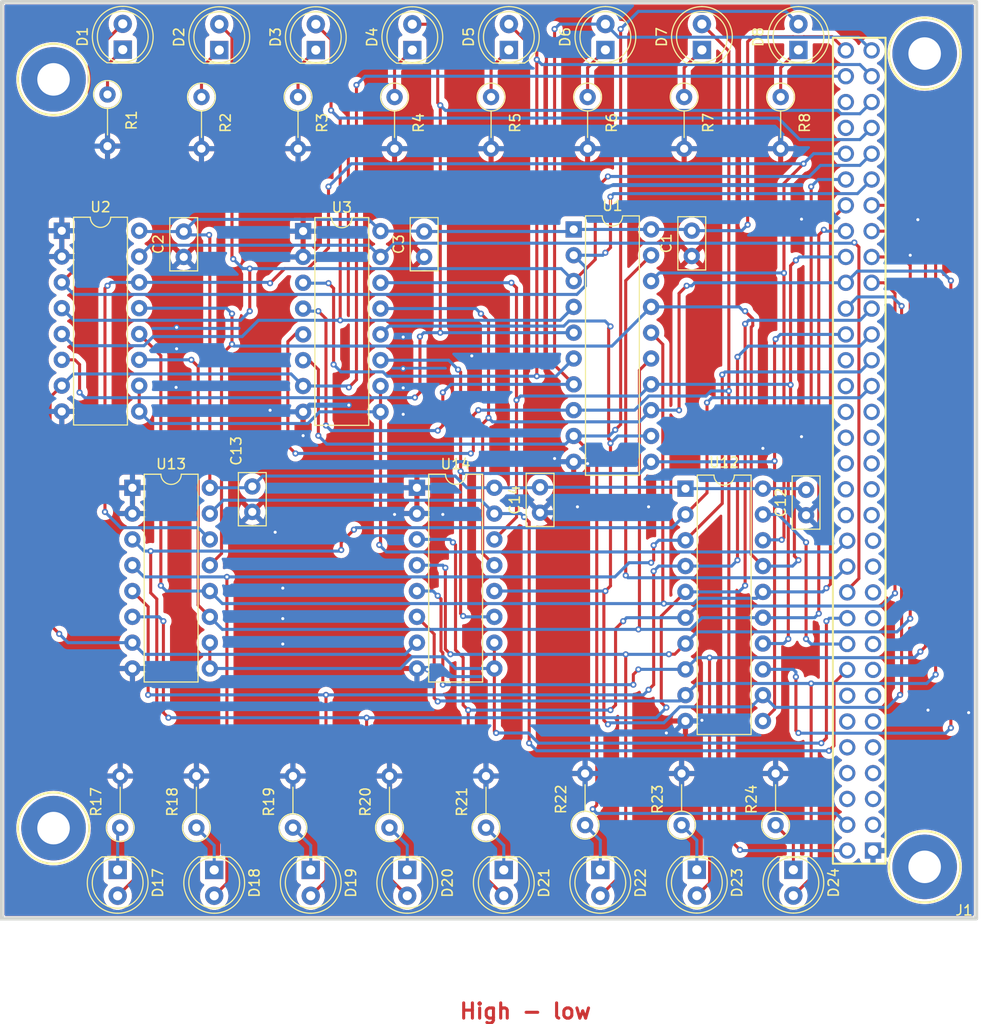
<source format=kicad_pcb>
(kicad_pcb (version 20240108) (generator "pcbnew") (generator_version "8.0")
  (layers (0 "F.Cu" signal) (31 "B.Cu" signal) (34 "B.Paste" user) (35 "F.Paste" user) (36 "B.SilkS" user "B.Silkscreen") (37 "F.SilkS" user "F.Silkscreen") (38 "B.Mask" user) (39 "F.Mask" user) (44 "Edge.Cuts" user))
  (net 0 "")
  (net 1 "GND")
  (net 2 "/a0")
  (net 3 "Net-(D1-K)")
  (net 4 "Net-(D2-K)")
  (net 5 "/a1")
  (net 6 "Net-(D3-K)")
  (net 7 "/a2")
  (net 8 "Net-(D4-K)")
  (net 9 "/a3")
  (net 10 "/a4")
  (net 11 "Net-(D5-K)")
  (net 12 "Net-(D6-K)")
  (net 13 "/a5")
  (net 14 "/a6")
  (net 15 "Net-(D7-K)")
  (net 16 "Net-(D8-K)")
  (net 17 "/a7")
  (net 18 "/b0")
  (net 19 "/b1")
  (net 20 "/b2")
  (net 21 "/b3")
  (net 22 "/b4")
  (net 23 "/b5")
  (net 24 "/b6")
  (net 25 "/b7")
  (net 30 "5V")
  (net 35 "Net-(D17-K)")
  (net 38 "Net-(D18-K)")
  (net 39 "Net-(D19-K)")
  (net 42 "Net-(D20-K)")
  (net 43 "Net-(D21-K)")
  (net 45 "Net-(D22-K)")
  (net 48 "Net-(D23-K)")
  (net 50 "Net-(D24-K)")
  (net 51 "/~{B_OE}")
  (net 52 "/bus6")
  (net 53 "/bus5")
  (net 54 "/bus4")
  (net 55 "/~{A_IE}")
  (net 56 "/clock")
  (net 57 "/~{B_IE}")
  (net 58 "/clearB")
  (net 59 "/bus1")
  (net 60 "/clearA")
  (net 61 "/bus0")
  (net 62 "/~{A_OE}")
  (net 63 "/bus2")
  (net 64 "/bus7")
  (net 65 "/bus3")
  (footprint "Resistor_THT:R_Axial_DIN0207_L6.3mm_D2.5mm_P5.08mm_Vertical" (layer "F.Cu") (at 101.21 45.525 -90)
    (property "Reference" "R2")
    (property "Value" "220")
  )
  (footprint "LED_THT:LED_D5.0mm" (layer "F.Cu") (at 140.46 121.565 -90)
    (property "Reference" "D22")
    (property "Value" "LED")
  )
  (footprint "LED_THT:LED_D5.0mm" (layer "F.Cu") (at 159.46 121.55 -90)
    (property "Reference" "D24")
    (property "Value" "LED")
  )
  (footprint "LED_THT:LED_D5.0mm" (layer "F.Cu") (at 140.96 40.89 90)
    (property "Reference" "D6")
    (property "Value" "LED")
  )
  (footprint "Package_DIP:DIP-16_W7.62mm" (layer "F.Cu") (at 87.46 58.68)
    (property "Reference" "U2")
    (property "Value" "74LS173")
  )
  (footprint "LED_THT:LED_D5.0mm" (layer "F.Cu") (at 102.96 40.905 90)
    (property "Reference" "D2")
    (property "Value" "LED")
  )
  (footprint "Resistor_THT:R_Axial_DIN0207_L6.3mm_D2.5mm_P5.08mm_Vertical" (layer "F.Cu") (at 100.71 117.405 90)
    (property "Reference" "R18")
    (property "Value" "220")
  )
  (footprint "Package_DIP:DIP-16_W7.62mm" (layer "F.Cu") (at 122.41 83.965)
    (property "Reference" "U14")
    (property "Value" "74LS173")
  )
  (footprint "LED_THT:LED_D5.0mm" (layer "F.Cu") (at 150.46 40.89 90)
    (property "Reference" "D7")
    (property "Value" "LED")
  )
  (footprint "Resistor_THT:R_Axial_DIN0207_L6.3mm_D2.5mm_P5.08mm_Vertical" (layer "F.Cu") (at 120.21 45.525 -90)
    (property "Reference" "R4")
    (property "Value" "220")
  )
  (footprint "Resistor_THT:R_Axial_DIN0207_L6.3mm_D2.5mm_P5.08mm_Vertical" (layer "F.Cu") (at 157.71 117.155 90)
    (property "Reference" "R24")
    (property "Value" "220")
  )
  (footprint "Package_DIP:DIP-16_W7.62mm" (layer "F.Cu") (at 94.41 83.965)
    (property "Reference" "U13")
    (property "Value" "74LS173")
  )
  (footprint "Resistor_THT:R_Axial_DIN0207_L6.3mm_D2.5mm_P5.08mm_Vertical" (layer "F.Cu") (at 110.71 45.525 -90)
    (property "Reference" "R3")
    (property "Value" "220")
  )
  (footprint "Package_DIP:DIP-20_W7.62mm" (layer "F.Cu") (at 137.84 58.55)
    (property "Reference" "U1")
    (property "Value" "74LS245")
  )
  (footprint "Package_DIP:DIP-20_W7.62mm" (layer "F.Cu") (at 148.84 84.05)
    (property "Reference" "U12")
    (property "Value" "74LS245")
  )
  (footprint "Resistor_THT:R_Axial_DIN0207_L6.3mm_D2.5mm_P5.08mm_Vertical" (layer "F.Cu") (at 158.21 45.525 -90)
    (property "Reference" "R8")
    (property "Value" "220")
  )
  (footprint "LED_THT:LED_D5.0mm" (layer "F.Cu") (at 111.96 121.565 -90)
    (property "Reference" "D19")
    (property "Value" "LED")
  )
  (footprint "LED_THT:LED_D5.0mm" (layer "F.Cu") (at 130.96 121.565 -90)
    (property "Reference" "D21")
    (property "Value" "LED")
  )
  (footprint "LED_THT:LED_D5.0mm" (layer "F.Cu") (at 92.96 121.565 -90)
    (property "Reference" "D17")
    (property "Value" "LED")
  )
  (footprint "MyFootPrints:PC104-Standard" (layer "F.Cu") (at 177.46 126.34)
    (property "Reference" "J1")
    (property "Value" "~")
    (fp_rect (start -95.89 0) (end 0 -90.17) (stroke (width 0.381)) (fill none) (layer "Edge.Cuts"))
  )
  (footprint "Resistor_THT:R_Axial_DIN0207_L6.3mm_D2.5mm_P5.08mm_Vertical" (layer "F.Cu") (at 129.71 45.525 -90)
    (property "Reference" "R5")
    (property "Value" "220")
  )
  (footprint "Resistor_THT:R_Axial_DIN0207_L6.3mm_D2.5mm_P5.08mm_Vertical" (layer "F.Cu") (at 119.71 117.405 90)
    (property "Reference" "R20")
    (property "Value" "220")
  )
  (footprint "Capacitor_THT:C_Disc_D5.0mm_W2.5mm_P2.50mm" (layer "F.Cu") (at 160.71 86.67 90)
    (property "Reference" "C12")
    (property "Value" ".01µF")
  )
  (footprint "Capacitor_THT:C_Disc_D5.0mm_W2.5mm_P2.50mm" (layer "F.Cu") (at 149.46 61.17 90)
    (property "Reference" "C1")
    (property "Value" ".01µF")
  )
  (footprint "Capacitor_THT:C_Disc_D5.0mm_W2.5mm_P2.50mm" (layer "F.Cu") (at 99.46 61.26 90)
    (property "Reference" "C2")
    (property "Value" ".01µF")
  )
  (footprint "LED_THT:LED_D5.0mm" (layer "F.Cu") (at 102.46 121.565 -90)
    (property "Reference" "D18")
    (property "Value" "LED")
  )
  (footprint "Resistor_THT:R_Axial_DIN0207_L6.3mm_D2.5mm_P5.08mm_Vertical" (layer "F.Cu") (at 110.21 117.405 90)
    (property "Reference" "R19")
    (property "Value" "220")
  )
  (footprint "Resistor_THT:R_Axial_DIN0207_L6.3mm_D2.5mm_P5.08mm_Vertical" (layer "F.Cu") (at 148.46 117.155 90)
    (property "Reference" "R23")
    (property "Value" "220")
  )
  (footprint "Package_DIP:DIP-16_W7.62mm" (layer "F.Cu") (at 111.21 58.715)
    (property "Reference" "U3")
    (property "Value" "74LS173")
  )
  (footprint "LED_THT:LED_D5.0mm" (layer "F.Cu") (at 93.46 40.865 90)
    (property "Reference" "D1")
    (property "Value" "LED")
  )
  (footprint "LED_THT:LED_D5.0mm" (layer "F.Cu") (at 121.96 40.905 90)
    (property "Reference" "D4")
    (property "Value" "LED")
  )
  (footprint "Capacitor_THT:C_Disc_D5.0mm_W2.5mm_P2.50mm" (layer "F.Cu") (at 134.53 86.415 90)
    (property "Reference" "C14")
    (property "Value" ".01µF")
  )
  (footprint "LED_THT:LED_D5.0mm" (layer "F.Cu") (at 149.96 121.55 -90)
    (property "Reference" "D23")
    (property "Value" "LED")
  )
  (footprint "LED_THT:LED_D5.0mm" (layer "F.Cu") (at 112.46 40.905 90)
    (property "Reference" "D3")
    (property "Value" "LED")
  )
  (footprint "Resistor_THT:R_Axial_DIN0207_L6.3mm_D2.5mm_P5.08mm_Vertical" (layer "F.Cu") (at 93.21 117.405 90)
    (property "Reference" "R17")
    (property "Value" "220")
  )
  (footprint "Resistor_THT:R_Axial_DIN0207_L6.3mm_D2.5mm_P5.08mm_Vertical" (layer "F.Cu") (at 91.96 45.275 -90)
    (property "Reference" "R1")
    (property "Value" "220")
  )
  (footprint "Resistor_THT:R_Axial_DIN0207_L6.3mm_D2.5mm_P5.08mm_Vertical" (layer "F.Cu") (at 138.96 117.155 90)
    (property "Reference" "R22")
    (property "Value" "220")
  )
  (footprint "Resistor_THT:R_Axial_DIN0207_L6.3mm_D2.5mm_P5.08mm_Vertical" (layer "F.Cu") (at 148.71 45.525 -90)
    (property "Reference" "R7")
    (property "Value" "220")
  )
  (footprint "Resistor_THT:R_Axial_DIN0207_L6.3mm_D2.5mm_P5.08mm_Vertical" (layer "F.Cu") (at 129.21 117.405 90)
    (property "Reference" "R21")
    (property "Value" "220")
  )
  (footprint "Capacitor_THT:C_Disc_D5.0mm_W2.5mm_P2.50mm" (layer "F.Cu") (at 123.12 61.255 90)
    (property "Reference" "C3")
    (property "Value" ".01µF")
  )
  (footprint "Capacitor_THT:C_Disc_D5.0mm_W2.5mm_P2.50mm" (layer "F.Cu") (at 106.21 86.34 90)
    (property "Reference" "C13")
    (property "Value" ".01µF")
  )
  (footprint "LED_THT:LED_D5.0mm" (layer "F.Cu") (at 159.96 40.89 90)
    (property "Reference" "D8")
    (property "Value" "LED")
  )
  (footprint "Resistor_THT:R_Axial_DIN0207_L6.3mm_D2.5mm_P5.08mm_Vertical" (layer "F.Cu") (at 139.21 45.525 -90)
    (property "Reference" "R6")
    (property "Value" "220")
  )
  (footprint "LED_THT:LED_D5.0mm" (layer "F.Cu") (at 121.46 121.565 -90)
    (property "Reference" "D20")
    (property "Value" "LED")
  )
  (footprint "LED_THT:LED_D5.0mm" (layer "F.Cu") (at 131.46 40.89 90)
    (property "Reference" "D5")
    (property "Value" "LED")
  )
  (gr_text "High - low" (at 126.46 136.34 0) (layer "F.Cu") (effects (font (size 1.5 1.5) (thickness 0.3) (bold yes)) (justify left bottom)))
  (segment (start 111.21 76.495) (end 111.21 78.84) (width 0.5) (layer "F.Cu") (net 1))
  (segment (start 148.84 111.695) (end 148.46 112.075) (width 0.5) (layer "F.Cu") (net 1))
  (via (at 121.06 69.14) (size 0.6) (drill 0.3) (layers "F.Cu" "B.Cu") (net 1))
  (via (at 121.06 74.14) (size 0.6) (drill 0.3) (layers "F.Cu" "B.Cu") (net 1))
  (via (at 135.96 81.09) (size 0.6) (drill 0.3) (layers "F.Cu" "B.Cu") (net 1))
  (via (at 171.71 57.59) (size 0.6) (drill 0.3) (layers "F.Cu" "B.Cu") (net 1))
  (via (at 170.96 61.09) (size 0.6) (drill 0.3) (layers "F.Cu" "B.Cu") (net 1))
  (via (at 123.46 101.84) (size 0.6) (drill 0.3) (layers "F.Cu" "B.Cu") (net 1))
  (via (at 98.76 68.19) (size 0.6) (drill 0.3) (layers "F.Cu" "B.Cu") (net 1))
  (via (at 156.46 80.09) (size 0.6) (drill 0.3) (layers "F.Cu" "B.Cu") (net 1))
  (via (at 121.06 72.24) (size 0.6) (drill 0.3) (layers "F.Cu" "B.Cu") (net 1))
  (via (at 160.26 57.54) (size 0.6) (drill 0.3) (layers "F.Cu" "B.Cu") (net 1))
  (via (at 109.21 93.84) (size 0.6) (drill 0.3) (layers "F.Cu" "B.Cu") (net 1))
  (via (at 127.81 70.99) (size 0.6) (drill 0.3) (layers "F.Cu" "B.Cu") (net 1))
  (via (at 138.21 85.84) (size 0.6) (drill 0.3) (layers "F.Cu" "B.Cu") (net 1))
  (via (at 120.21 86.59) (size 0.6) (drill 0.3) (layers "F.Cu" "B.Cu") (net 1))
  (via (at 172.71 105.84) (size 0.6) (drill 0.3) (layers "F.Cu" "B.Cu") (net 1))
  (via (at 109.21 99.34) (size 0.6) (drill 0.3) (layers "F.Cu" "B.Cu") (net 1))
  (via (at 109.21 96.84) (size 0.6) (drill 0.3) (layers "F.Cu" "B.Cu") (net 1))
  (via (at 146.96 108.09) (size 0.6) (drill 0.3) (layers "F.Cu" "B.Cu") (net 1))
  (via (at 111.21 78.84) (size 0.6) (drill 0.3) (layers "F.Cu" "B.Cu") (net 1))
  (via (at 150.46 106.84) (size 0.6) (drill 0.3) (layers "F.Cu" "B.Cu") (net 1))
  (via (at 145.21 85.84) (size 0.6) (drill 0.3) (layers "F.Cu" "B.Cu") (net 1))
  (via (at 176.71 106.09) (size 0.6) (drill 0.3) (layers "F.Cu" "B.Cu") (net 1))
  (via (at 98.76 70.29) (size 0.6) (drill 0.3) (layers "F.Cu" "B.Cu") (net 1))
  (via (at 98.71 74.09) (size 0.6) (drill 0.3) (layers "F.Cu" "B.Cu") (net 1))
  (via (at 121.06 76.74) (size 0.6) (drill 0.3) (layers "F.Cu" "B.Cu") (net 1))
  (via (at 139.21 81.59) (size 0.6) (drill 0.3) (layers "F.Cu" "B.Cu") (net 1))
  (via (at 107.96 76.34) (size 0.6) (drill 0.3) (layers "F.Cu" "B.Cu") (net 1))
  (via (at 115.71 75.84) (size 0.6) (drill 0.3) (layers "F.Cu" "B.Cu") (net 1))
  (via (at 160.26 78.94) (size 0.6) (drill 0.3) (layers "F.Cu" "B.Cu") (net 1))
  (via (at 124.96 86.59) (size 0.6) (drill 0.3) (layers "F.Cu" "B.Cu") (net 1))
  (via (at 108.46 88.34) (size 0.6) (drill 0.3) (layers "F.Cu" "B.Cu") (net 1))
  (segment (start 111.21 76.495) (end 111.865 75.84) (width 0.5) (layer "B.Cu") (net 1))
  (segment (start 134.53 86.415) (end 137.635 86.415) (width 0.5) (layer "B.Cu") (net 1))
  (segment (start 137.635 86.415) (end 138.21 85.84) (width 0.5) (layer "B.Cu") (net 1))
  (segment (start 146.96 108.09) (end 147.66 108.09) (width 0.5) (layer "B.Cu") (net 1))
  (segment (start 147.66 108.09) (end 148.84 106.91) (width 0.5) (layer "B.Cu") (net 1))
  (segment (start 111.865 75.84) (end 115.71 75.84) (width 0.5) (layer "B.Cu") (net 1))
  (segment (start 90.175 61.045) (end 90.175 41.61) (width 0.3) (layer "F.Cu") (net 2))
  (segment (start 140.96 60.84) (end 141.46 60.34) (width 0.3) (layer "F.Cu") (net 2))
  (segment (start 87.46 63.76) (end 90.175 61.045) (width 0.3) (layer "F.Cu") (net 2))
  (segment (start 90.175 41.61) (end 93.46 38.325) (width 0.3) (layer "F.Cu") (net 2))
  (segment (start 141.46 60.34) (end 141.46 55.34) (width 0.3) (layer "F.Cu") (net 2))
  (via (at 140.96 60.84) (size 0.6) (drill 0.3) (layers "F.Cu" "B.Cu") (net 2))
  (via (at 141.46 55.34) (size 0.6) (drill 0.3) (layers "F.Cu" "B.Cu") (net 2))
  (segment (start 165.77 55.03) (end 141.77 55.03) (width 0.3) (layer "B.Cu") (net 2))
  (segment (start 138.99 62.24) (end 138.99 64.106346) (width 0.3) (layer "B.Cu") (net 2))
  (segment (start 167.16 53.64) (end 165.77 55.03) (width 0.3) (layer "B.Cu") (net 2))
  (segment (start 88.645 64.945) (end 87.46 63.76) (width 0.3) (layer "B.Cu") (net 2))
  (segment (start 138.151346 64.945) (end 88.645 64.945) (width 0.3) (layer "B.Cu") (net 2))
  (segment (start 140.71 61.09) (end 137.84 61.09) (width 0.3) (layer "B.Cu") (net 2))
  (segment (start 138.99 64.106346) (end 138.151346 64.945) (width 0.3) (layer "B.Cu") (net 2))
  (segment (start 141.77 55.03) (end 141.46 55.34) (width 0.3) (layer "B.Cu") (net 2))
  (segment (start 140.96 60.84) (end 140.71 61.09) (width 0.3) (layer "B.Cu") (net 2))
  (segment (start 137.84 61.09) (end 138.99 62.24) (width 0.3) (layer "B.Cu") (net 2))
  (segment (start 91.96 45.275) (end 91.96 42.365) (width 0.3) (layer "F.Cu") (net 3))
  (segment (start 91.96 42.365) (end 93.46 40.865) (width 0.3) (layer "F.Cu") (net 3))
  (segment (start 101.21 45.525) (end 101.21 42.655) (width 0.3) (layer "F.Cu") (net 4))
  (segment (start 101.21 42.655) (end 102.96 40.905) (width 0.3) (layer "F.Cu") (net 4))
  (segment (start 104.335 61.465) (end 104.21 61.34) (width 0.3) (layer "F.Cu") (net 5))
  (segment (start 104.21 61.34) (end 104.21 39.615) (width 0.3) (layer "F.Cu") (net 5))
  (segment (start 104.21 39.615) (end 102.96 38.365) (width 0.3) (layer "F.Cu") (net 5))
  (segment (start 141.21 53.34) (end 139.96 54.59) (width 0.3) (layer "F.Cu") (net 5))
  (segment (start 139.96 61.51) (end 137.84 63.63) (width 0.3) (layer "F.Cu") (net 5))
  (segment (start 139.96 54.59) (end 139.96 61.51) (width 0.3) (layer "F.Cu") (net 5))
  (segment (start 105.96 66.59) (end 105.96 62.405) (width 0.3) (layer "F.Cu") (net 5))
  (via (at 105.96 66.59) (size 0.6) (drill 0.3) (layers "F.Cu" "B.Cu") (net 5))
  (via (at 141.21 53.34) (size 0.6) (drill 0.3) (layers "F.Cu" "B.Cu") (net 5))
  (via (at 105.96 62.405) (size 0.6) (drill 0.3) (layers "F.Cu" "B.Cu") (net 5))
  (via (at 104.335 61.465) (size 0.6) (drill 0.3) (layers "F.Cu" "B.Cu") (net 5))
  (segment (start 136.615 62.405) (end 137.84 63.63) (width 0.3) (layer "B.Cu") (net 5))
  (segment (start 161.03 53.34) (end 141.21 53.34) (width 0.3) (layer "B.Cu") (net 5))
  (segment (start 167.16 51.1) (end 166.01 52.25) (width 0.3) (layer "B.Cu") (net 5))
  (segment (start 166.01 52.25) (end 162.12 52.25) (width 0.3) (layer "B.Cu") (net 5))
  (segment (start 105.06 67.49) (end 88.65 67.49) (width 0.3) (layer "B.Cu") (net 5))
  (segment (start 105.275 62.405) (end 105.96 62.405) (width 0.3) (layer "B.Cu") (net 5))
  (segment (start 88.65 67.49) (end 87.46 66.3) (width 0.3) (layer "B.Cu") (net 5))
  (segment (start 104.335 61.465) (end 105.275 62.405) (width 0.3) (layer "B.Cu") (net 5))
  (segment (start 105.96 62.405) (end 136.615 62.405) (width 0.3) (layer "B.Cu") (net 5))
  (segment (start 138.13 63.34) (end 137.84 63.63) (width 0.3) (layer "B.Cu") (net 5))
  (segment (start 105.96 66.59) (end 105.06 67.49) (width 0.3) (layer "B.Cu") (net 5))
  (segment (start 162.12 52.25) (end 161.03 53.34) (width 0.3) (layer "B.Cu") (net 5))
  (segment (start 110.71 42.655) (end 112.46 40.905) (width 0.3) (layer "F.Cu") (net 6))
  (segment (start 110.71 45.525) (end 110.71 42.655) (width 0.3) (layer "F.Cu") (net 6))
  (segment (start 113.96 46.84) (end 113.96 39.865) (width 0.3) (layer "F.Cu") (net 7))
  (segment (start 113.96 39.865) (end 112.46 38.365) (width 0.3) (layer "F.Cu") (net 7))
  (segment (start 113.96 46.84) (end 114.86 47.74) (width 0.3) (layer "F.Cu") (net 7))
  (segment (start 114.86 47.74) (end 114.86 67.49) (width 0.3) (layer "F.Cu") (net 7))
  (via (at 114.86 67.49) (size 0.6) (drill 0.3) (layers "F.Cu" "B.Cu") (net 7))
  (via (at 113.96 46.84) (size 0.6) (drill 0.3) (layers "F.Cu" "B.Cu") (net 7))
  (segment (start 114.717 47.597) (end 113.96 46.84) (width 0.3) (layer "B.Cu") (net 7))
  (segment (start 157.967 47.597) (end 114.717 47.597) (width 0.3) (layer "B.Cu") (net 7))
  (segment (start 160.08 49.71) (end 157.967 47.597) (width 0.3) (layer "B.Cu") (net 7))
  (segment (start 95.556346 69.99) (end 88.61 69.99) (width 0.3) (layer "B.Cu") (net 7))
  (segment (start 137.84 66.17) (end 136.52 67.49) (width 0.3) (layer "B.Cu") (net 7))
  (segment (start 166.01 49.71) (end 160.08 49.71) (width 0.3) (layer "B.Cu") (net 7))
  (segment (start 88.61 69.99) (end 87.46 68.84) (width 0.3) (layer "B.Cu") (net 7))
  (segment (start 167.16 48.56) (end 166.01 49.71) (width 0.3) (layer "B.Cu") (net 7))
  (segment (start 136.52 67.49) (end 106.809999 67.49) (width 0.3) (layer "B.Cu") (net 7))
  (segment (start 106.809999 67.49) (end 105.209999 69.09) (width 0.3) (layer "B.Cu") (net 7))
  (segment (start 105.209999 69.09) (end 96.456346 69.09) (width 0.3) (layer "B.Cu") (net 7))
  (segment (start 96.456346 69.09) (end 95.556346 69.99) (width 0.3) (layer "B.Cu") (net 7))
  (segment (start 120.21 45.525) (end 120.21 42.655) (width 0.3) (layer "F.Cu") (net 8))
  (segment (start 120.21 42.655) (end 121.96 40.905) (width 0.3) (layer "F.Cu") (net 8))
  (segment (start 122.21 75.09) (end 122.71 74.59) (width 0.3) (layer "F.Cu") (net 9))
  (segment (start 88.75 71.38) (end 87.46 71.38) (width 0.3) (layer "F.Cu") (net 9))
  (segment (start 124.71 68.71) (end 124.71 46.34) (width 0.3) (layer "F.Cu") (net 9))
  (segment (start 123.985 38.365) (end 121.96 38.365) (width 0.3) (layer "F.Cu") (net 9))
  (segment (start 89.21 71.84) (end 88.75 71.38) (width 0.3) (layer "F.Cu") (net 9))
  (segment (start 89.21 74.59) (end 89.21 71.84) (width 0.3) (layer "F.Cu") (net 9))
  (segment (start 122.71 74.59) (end 122.71 69.09) (width 0.3) (layer "F.Cu") (net 9))
  (segment (start 124.71 46.34) (end 124.46 46.09) (width 0.3) (layer "F.Cu") (net 9))
  (segment (start 124.46 46.09) (end 124.46 38.84) (width 0.3) (layer "F.Cu") (net 9))
  (segment (start 124.46 38.84) (end 123.985 38.365) (width 0.3) (layer "F.Cu") (net 9))
  (via (at 124.71 46.34) (size 0.6) (drill 0.3) (layers "F.Cu" "B.Cu") (net 9))
  (via (at 122.71 69.09) (size 0.6) (drill 0.3) (layers "F.Cu" "B.Cu") (net 9))
  (via (at 122.21 75.09) (size 0.6) (drill 0.3) (layers "F.Cu" "B.Cu") (net 9))
  (via (at 89.21 74.59) (size 0.6) (drill 0.3) (layers "F.Cu" "B.Cu") (net 9))
  (via (at 124.71 68.71) (size 0.6) (drill 0.3) (layers "F.Cu" "B.Cu") (net 9))
  (segment (start 163.813654 46.84) (end 125.21 46.84) (width 0.3) (layer "B.Cu") (net 9))
  (segment (start 89.725 75.105) (end 122.195 75.105) (width 0.3) (layer "B.Cu") (net 9))
  (segment (start 166.01 47.17) (end 164.143654 47.17) (width 0.3) (layer "B.Cu") (net 9))
  (segment (start 89.21 74.59) (end 89.725 75.105) (width 0.3) (layer "B.Cu") (net 9))
  (segment (start 164.143654 47.17) (end 163.813654 46.84) (width 0.3) (layer "B.Cu") (net 9))
  (segment (start 122.195 75.105) (end 122.21 75.09) (width 0.3) (layer "B.Cu") (net 9))
  (segment (start 125.21 46.84) (end 124.71 46.34) (width 0.3) (layer "B.Cu") (net 9))
  (segment (start 167.16 46.02) (end 166.01 47.17) (width 0.3) (layer "B.Cu") (net 9))
  (segment (start 123.09 68.71) (end 122.71 69.09) (width 0.3) (layer "B.Cu") (net 9))
  (segment (start 124.71 68.71) (end 123.09 68.71) (width 0.3) (layer "B.Cu") (net 9))
  (segment (start 137.84 68.71) (end 124.71 68.71) (width 0.3) (layer "B.Cu") (net 9))
  (segment (start 134.21 41.1) (end 131.46 38.35) (width 0.3) (layer "F.Cu") (net 10))
  (segment (start 114.21 64.34) (end 113.71 63.84) (width 0.3) (layer "F.Cu") (net 10))
  (segment (start 114.21 71.84) (end 114.21 64.34) (width 0.3) (layer "F.Cu") (net 10))
  (segment (start 134.21 41.84) (end 134.21 72.99) (width 0.3) (layer "F.Cu") (net 10))
  (segment (start 134.21 41.84) (end 134.21 41.1) (width 0.3) (layer "F.Cu") (net 10))
  (via (at 113.71 63.84) (size 0.6) (drill 0.3) (layers "F.Cu" "B.Cu") (net 10))
  (via (at 134.21 41.84) (size 0.6) (drill 0.3) (layers "F.Cu" "B.Cu") (net 10))
  (via (at 134.21 72.99) (size 0.6) (drill 0.3) (layers "F.Cu" "B.Cu") (net 10))
  (via (at 114.21 71.84) (size 0.6) (drill 0.3) (layers "F.Cu" "B.Cu") (net 10))
  (segment (start 137.84 71.25) (end 136.1 72.99) (width 0.3) (layer "B.Cu") (net 10))
  (segment (start 134.7 42.33) (end 134.21 41.84) (width 0.3) (layer "B.Cu") (net 10))
  (segment (start 136.1 72.99) (end 134.21 72.99) (width 0.3) (layer "B.Cu") (net 10))
  (segment (start 119.066346 72.565) (end 114.935 72.565) (width 0.3) (layer "B.Cu") (net 10))
  (segment (start 113.71 63.84) (end 111.255 63.84) (width 0.3) (layer "B.Cu") (net 10))
  (segment (start 111.255 63.84) (end 111.21 63.795) (width 0.3) (layer "B.Cu") (net 10))
  (segment (start 167.16 43.48) (end 166.01 42.33) (width 0.3) (layer "B.Cu") (net 10))
  (segment (start 166.01 42.33) (end 134.7 42.33) (width 0.3) (layer "B.Cu") (net 10))
  (segment (start 114.935 72.565) (end 114.21 71.84) (width 0.3) (layer "B.Cu") (net 10))
  (segment (start 134.21 72.99) (end 119.491346 72.99) (width 0.3) (layer "B.Cu") (net 10))
  (segment (start 119.491346 72.99) (end 119.066346 72.565) (width 0.3) (layer "B.Cu") (net 10))
  (segment (start 129.71 45.525) (end 129.71 42.64) (width 0.3) (layer "F.Cu") (net 11))
  (segment (start 129.71 42.64) (end 131.46 40.89) (width 0.3) (layer "F.Cu") (net 11))
  (segment (start 139.21 42.64) (end 140.96 40.89) (width 0.3) (layer "F.Cu") (net 12))
  (segment (start 139.21 45.525) (end 139.21 42.64) (width 0.3) (layer "F.Cu") (net 12))
  (segment (start 124.96 77.84) (end 124.46 78.34) (width 0.3) (layer "F.Cu") (net 13))
  (segment (start 112.71 66.59) (end 113.46 67.34) (width 0.3) (layer "F.Cu") (net 13))
  (segment (start 137.84 73.79) (end 135.96 71.91) (width 0.3) (layer "F.Cu") (net 13))
  (segment (start 113.46 67.34) (end 113.46 77.84) (width 0.3) (layer "F.Cu") (net 13))
  (segment (start 124.96 74.59) (end 124.96 77.84) (width 0.3) (layer "F.Cu") (net 13))
  (segment (start 135.96 71.91) (end 135.96 38.84) (width 0.3) (layer "F.Cu") (net 13))
  (via (at 113.46 77.84) (size 0.6) (drill 0.3) (layers "F.Cu" "B.Cu") (net 13))
  (via (at 135.96 38.84) (size 0.6) (drill 0.3) (layers "F.Cu" "B.Cu") (net 13))
  (via (at 124.46 78.34) (size 0.6) (drill 0.3) (layers "F.Cu" "B.Cu") (net 13))
  (via (at 112.71 66.59) (size 0.6) (drill 0.3) (layers "F.Cu" "B.Cu") (net 13))
  (via (at 124.96 74.59) (size 0.6) (drill 0.3) (layers "F.Cu" "B.Cu") (net 13))
  (segment (start 111.465 66.59) (end 111.21 66.335) (width 0.3) (layer "B.Cu") (net 13))
  (segment (start 135.96 38.84) (end 136.45 38.35) (width 0.3) (layer "B.Cu") (net 13))
  (segment (start 113.96 78.34) (end 113.46 77.84) (width 0.3) (layer "B.Cu") (net 13))
  (segment (start 136.45 38.35) (end 140.96 38.35) (width 0.3) (layer "B.Cu") (net 13))
  (segment (start 137.84 73.79) (end 125.76 73.79) (width 0.3) (layer "B.Cu") (net 13))
  (segment (start 125.76 73.79) (end 124.96 74.59) (width 0.3) (layer "B.Cu") (net 13))
  (segment (start 165.86 39.64) (end 142.25 39.64) (width 0.3) (layer "B.Cu") (net 13))
  (segment (start 124.46 78.34) (end 113.96 78.34) (width 0.3) (layer "B.Cu") (net 13))
  (segment (start 112.71 66.59) (end 111.465 66.59) (width 0.3) (layer "B.Cu") (net 13))
  (segment (start 142.25 39.64) (end 140.96 38.35) (width 0.3) (layer "B.Cu") (net 13))
  (segment (start 167.16 40.94) (end 165.86 39.64) (width 0.3) (layer "B.Cu") (net 13))
  (segment (start 127.96 80.34) (end 127.71 80.59) (width 0.3) (layer "F.Cu") (net 14))
  (segment (start 111.175 68.84) (end 111.21 68.875) (width 0.3) (layer "F.Cu") (net 14))
  (segment (start 153.11 118.49) (end 154.21 119.59) (width 0.3) (layer "F.Cu") (net 14))
  (segment (start 150.46 38.35) (end 153.11 41) (width 0.3) (layer "F.Cu") (net 14))
  (segment (start 128.46 76.33) (end 127.96 76.83) (width 0.3) (layer "F.Cu") (net 14))
  (segment (start 127.96 76.83) (end 127.96 80.34) (width 0.3) (layer "F.Cu") (net 14))
  (segment (start 110.46 68.84) (end 111.175 68.84) (width 0.3) (layer "F.Cu") (net 14))
  (segment (start 110.46 80.59) (end 109.71 79.84) (width 0.3) (layer "F.Cu") (net 14))
  (segment (start 109.71 69.59) (end 110.46 68.84) (width 0.3) (layer "F.Cu") (net 14))
  (segment (start 153.11 41) (end 153.11 118.49) (width 0.3) (layer "F.Cu") (net 14))
  (segment (start 109.71 79.84) (end 109.71 69.59) (width 0.3) (layer "F.Cu") (net 14))
  (via (at 127.71 80.59) (size 0.6) (drill 0.3) (layers "F.Cu" "B.Cu") (net 14))
  (via (at 128.46 76.33) (size 0.6) (drill 0.3) (layers "F.Cu" "B.Cu") (net 14))
  (via (at 110.46 80.59) (size 0.6) (drill 0.3) (layers "F.Cu" "B.Cu") (net 14))
  (via (at 154.21 119.59) (size 0.6) (drill 0.3) (layers "F.Cu" "B.Cu") (net 14))
  (via (at 153.11 74.44) (size 0.6) (drill 0.3) (layers "F.Cu" "B.Cu") (net 14))
  (segment (start 137.84 76.33) (end 143.833654 76.33) (width 0.3) (layer "B.Cu") (net 14))
  (segment (start 110.46 80.59) (end 127.71 80.59) (width 0.3) (layer "B.Cu") (net 14))
  (segment (start 143.833654 76.33) (end 145.223654 74.94) (width 0.3) (layer "B.Cu") (net 14))
  (segment (start 145.223654 74.94) (end 150.86 74.94) (width 0.3) (layer "B.Cu") (net 14))
  (segment (start 150.86 74.94) (end 151.36 74.44) (width 0.3) (layer "B.Cu") (net 14))
  (segment (start 154.21 119.59) (end 154.28 119.66) (width 0.3) (layer "B.Cu") (net 14))
  (segment (start 151.36 74.44) (end 153.11 74.44) (width 0.3) (layer "B.Cu") (net 14))
  (segment (start 154.28 119.66) (end 164.76 119.66) (width 0.3) (layer "B.Cu") (net 14))
  (segment (start 128.46 76.33) (end 137.84 76.33) (width 0.3) (layer "B.Cu") (net 14))
  (segment (start 148.71 42.64) (end 150.46 40.89) (width 0.3) (layer "F.Cu") (net 15))
  (segment (start 148.71 45.525) (end 148.71 42.64) (width 0.3) (layer "F.Cu") (net 15))
  (segment (start 158.21 45.525) (end 158.21 42.64) (width 0.3) (layer "F.Cu") (net 16))
  (segment (start 158.21 42.64) (end 159.96 40.89) (width 0.3) (layer "F.Cu") (net 16))
  (segment (start 111.785 71.415) (end 111.21 71.415) (width 0.3) (layer "F.Cu") (net 17))
  (segment (start 141.930804 78.269665) (end 142.46 77.740469) (width 0.3) (layer "F.Cu") (net 17))
  (segment (start 112.71 78.84) (end 112.71 72.34) (width 0.3) (layer "F.Cu") (net 17))
  (segment (start 140.11 115.19) (end 140.11 81.14) (width 0.3) (layer "F.Cu") (net 17))
  (segment (start 140.11 81.14) (end 137.84 78.87) (width 0.3) (layer "F.Cu") (net 17))
  (segment (start 142.46 77.740469) (end 142.46 38.84) (width 0.3) (layer "F.Cu") (net 17))
  (segment (start 139.71 115.59) (end 140.11 115.19) (width 0.3) (layer "F.Cu") (net 17))
  (segment (start 112.71 72.34) (end 111.785 71.415) (width 0.3) (layer "F.Cu") (net 17))
  (via (at 141.930804 78.269665) (size 0.6) (drill 0.3) (layers "F.Cu" "B.Cu") (net 17))
  (via (at 142.46 38.84) (size 0.6) (drill 0.3) (layers "F.Cu" "B.Cu") (net 17))
  (via (at 139.71 115.59) (size 0.6) (drill 0.3) (layers "F.Cu" "B.Cu") (net 17))
  (via (at 112.71 78.84) (size 0.6) (drill 0.3) (layers "F.Cu" "B.Cu") (net 17))
  (segment (start 140.125 116.005) (end 139.71 115.59) (width 0.3) (layer "B.Cu") (net 17))
  (segment (start 158.71 37.1) (end 159.96 38.35) (width 0.3) (layer "B.Cu") (net 17))
  (segment (start 137.84 78.87) (end 137.040001 79.669999) (width 0.3) (layer "B.Cu") (net 17))
  (segment (start 137.84 78.87) (end 141.330469 78.87) (width 0.3) (layer "B.Cu") (net 17))
  (segment (start 137.040001 79.669999) (end 113.539999 79.669999) (width 0.3) (layer "B.Cu") (net 17))
  (segment (start 163.645 116.005) (end 140.125 116.005) (width 0.3) (layer "B.Cu") (net 17))
  (segment (start 164.76 117.12) (end 163.645 116.005) (width 0.3) (layer "B.Cu") (net 17))
  (segment (start 142.46 38.84) (end 144.2 37.1) (width 0.3) (layer "B.Cu") (net 17))
  (segment (start 144.2 37.1) (end 158.71 37.1) (width 0.3) (layer "B.Cu") (net 17))
  (segment (start 113.539999 79.669999) (end 112.71 78.84) (width 0.3) (layer "B.Cu") (net 17))
  (segment (start 141.330469 78.87) (end 141.930804 78.269665) (width 0.3) (layer "B.Cu") (net 17))
  (segment (start 96.81 120.255) (end 96.81 94.909239) (width 0.3) (layer "F.Cu") (net 18))
  (segment (start 114.96 90.09) (end 114.96 89.34) (width 0.3) (layer "F.Cu") (net 18))
  (segment (start 148.84 86.59) (end 150.96 84.47) (width 0.3) (layer "F.Cu") (net 18))
  (segment (start 150.96 84.47) (end 150.96 75.59) (width 0.3) (layer "F.Cu") (net 18))
  (segment (start 114.96 89.34) (end 116.21 88.09) (width 0.3) (layer "F.Cu") (net 18))
  (segment (start 96.81 94.909239) (end 96.21 94.309239) (width 0.3) (layer "F.Cu") (net 18))
  (segment (start 96.21 94.309239) (end 96.21 90.195) (width 0.3) (layer "F.Cu") (net 18))
  (segment (start 92.96 124.105) (end 96.81 120.255) (width 0.3) (layer "F.Cu") (net 18))
  (via (at 150.96 75.59) (size 0.6) (drill 0.3) (layers "F.Cu" "B.Cu") (net 18))
  (via (at 96.21 90.195) (size 0.6) (drill 0.3) (layers "F.Cu" "B.Cu") (net 18))
  (via (at 114.96 90.09) (size 0.6) (drill 0.3) (layers "F.Cu" "B.Cu") (net 18))
  (via (at 116.21 88.09) (size 0.6) (drill 0.3) (layers "F.Cu" "B.Cu") (net 18))
  (segment (start 94.41 89.045) (end 95.56 90.195) (width 0.3) (layer "B.Cu") (net 18))
  (segment (start 166.01 75.11) (end 167.16 73.96) (width 0.3) (layer "B.Cu") (net 18))
  (segment (start 116.21 88.09) (end 116.405 87.895) (width 0.3) (layer "B.Cu") (net 18))
  (segment (start 95.56 90.195) (end 114.855 90.195) (width 0.3) (layer "B.Cu") (net 18))
  (segment (start 151.44 75.11) (end 166.01 75.11) (width 0.3) (layer "B.Cu") (net 18))
  (segment (start 116.405 87.895) (end 147.535 87.895) (width 0.3) (layer "B.Cu") (net 18))
  (segment (start 150.96 75.59) (end 151.44 75.11) (width 0.3) (layer "B.Cu") (net 18))
  (segment (start 147.535 87.895) (end 148.84 86.59) (width 0.3) (layer "B.Cu") (net 18))
  (segment (start 114.855 90.195) (end 114.96 90.09) (width 0.3) (layer "B.Cu") (net 18))
  (segment (start 145.71 89.63) (end 145.71 91.09) (width 0.3) (layer "F.Cu") (net 19))
  (segment (start 145.71 91.09) (end 145.46 91.34) (width 0.3) (layer "F.Cu") (net 19))
  (segment (start 152.46 85.51) (end 152.46 72.84) (width 0.3) (layer "F.Cu") (net 19))
  (segment (start 148.84 89.13) (end 152.46 85.51) (width 0.3) (layer "F.Cu") (net 19))
  (segment (start 103.71 122.855) (end 103.71 92.735) (width 0.3) (layer "F.Cu") (net 19))
  (segment (start 102.46 124.105) (end 103.71 122.855) (width 0.3) (layer "F.Cu") (net 19))
  (via (at 152.46 72.84) (size 0.6) (drill 0.3) (layers "F.Cu" "B.Cu") (net 19))
  (via (at 145.46 91.34) (size 0.6) (drill 0.3) (layers "F.Cu" "B.Cu") (net 19))
  (via (at 103.71 92.735) (size 0.6) (drill 0.3) (layers "F.Cu" "B.Cu") (net 19))
  (via (at 145.71 89.63) (size 0.6) (drill 0.3) (layers "F.Cu" "B.Cu") (net 19))
  (segment (start 146.21 89.13) (end 148.84 89.13) (width 0.3) (layer "B.Cu") (net 19))
  (segment (start 141.895761 92.735) (end 103.71 92.735) (width 0.3) (layer "B.Cu") (net 19))
  (segment (start 152.46 72.84) (end 152.73 72.57) (width 0.3) (layer "B.Cu") (net 19))
  (segment (start 152.73 72.57) (end 166.01 72.57) (width 0.3) (layer "B.Cu") (net 19))
  (segment (start 103.71 92.735) (end 95.56 92.735) (width 0.3) (layer "B.Cu") (net 19))
  (segment (start 143.290761 91.34) (end 141.895761 92.735) (width 0.3) (layer "B.Cu") (net 19))
  (segment (start 145.46 91.34) (end 143.290761 91.34) (width 0.3) (layer "B.Cu") (net 19))
  (segment (start 95.56 92.735) (end 94.41 91.585) (width 0.3) (layer "B.Cu") (net 19))
  (segment (start 145.71 89.63) (end 146.21 89.13) (width 0.3) (layer "B.Cu") (net 19))
  (segment (start 166.01 72.57) (end 167.16 71.42) (width 0.3) (layer "B.Cu") (net 19))
  (segment (start 113.46 122.605) (end 113.46 104.34) (width 0.3) (layer "F.Cu") (net 20))
  (segment (start 145.21 103.84) (end 145.71 103.34) (width 0.3) (layer "F.Cu") (net 20))
  (segment (start 94.41 94.125) (end 95.96 95.675) (width 0.3) (layer "F.Cu") (net 20))
  (segment (start 111.96 124.105) (end 113.46 122.605) (width 0.3) (layer "F.Cu") (net 20))
  (segment (start 145.71 103.34) (end 145.71 92.17) (width 0.3) (layer "F.Cu") (net 20))
  (segment (start 153.96 91.09) (end 153.96 71.09) (width 0.3) (layer "F.Cu") (net 20))
  (segment (start 95.96 95.675) (end 95.96 104.34) (width 0.3) (layer "F.Cu") (net 20))
  (via (at 145.21 103.84) (size 0.6) (drill 0.3) (layers "F.Cu" "B.Cu") (net 20))
  (via (at 153.96 71.09) (size 0.6) (drill 0.3) (layers "F.Cu" "B.Cu") (net 20))
  (via (at 95.96 104.34) (size 0.6) (drill 0.3) (layers "F.Cu" "B.Cu") (net 20))
  (via (at 145.71 92.17) (size 0.6) (drill 0.3) (layers "F.Cu" "B.Cu") (net 20))
  (via (at 113.46 104.34) (size 0.6) (drill 0.3) (layers "F.Cu" "B.Cu") (net 20))
  (via (at 153.96 91.09) (size 0.6) (drill 0.3) (layers "F.Cu" "B.Cu") (net 20))
  (segment (start 145.71 92.17) (end 146.21 91.67) (width 0.3) (layer "B.Cu") (net 20))
  (segment (start 166.01 70.03) (end 167.16 68.88) (width 0.3) (layer "B.Cu") (net 20))
  (segment (start 153.96 91.09) (end 153.38 91.67) (width 0.3) (layer "B.Cu") (net 20))
  (segment (start 146.21 91.67) (end 148.84 91.67) (width 0.3) (layer "B.Cu") (net 20))
  (segment (start 155.02 70.03) (end 166.01 70.03) (width 0.3) (layer "B.Cu") (net 20))
  (segment (start 153.96 71.09) (end 155.02 70.03) (width 0.3) (layer "B.Cu") (net 20))
  (segment (start 153.38 91.67) (end 148.84 91.67) (width 0.3) (layer "B.Cu") (net 20))
  (segment (start 113.46 104.34) (end 95.96 104.34) (width 0.3) (layer "B.Cu") (net 20))
  (segment (start 145.21 103.84) (end 144.71 104.34) (width 0.3) (layer "B.Cu") (net 20))
  (segment (start 144.71 104.34) (end 113.46 104.34) (width 0.3) (layer "B.Cu") (net 20))
  (segment (start 154.71 67.84) (end 154.71 93.59) (width 0.3) (layer "F.Cu") (net 21))
  (segment (start 146.46 105.09) (end 146.46 96.59) (width 0.3) (layer "F.Cu") (net 21))
  (segment (start 97.46 106.09) (end 97.96 106.59) (width 0.3) (layer "F.Cu") (net 21))
  (segment (start 117.46 120.105) (end 117.46 106.59) (width 0.3) (layer "F.Cu") (net 21))
  (segment (start 146.46 96.59) (end 148.84 94.21) (width 0.3) (layer "F.Cu") (net 21))
  (segment (start 146.96 105.59) (end 146.46 105.09) (width 0.3) (layer "F.Cu") (net 21))
  (segment (start 121.46 124.105) (end 117.46 120.105) (width 0.3) (layer "F.Cu") (net 21))
  (segment (start 97.46 97.09) (end 97.46 106.09) (width 0.3) (layer "F.Cu") (net 21))
  (via (at 154.71 67.84) (size 0.6) (drill 0.3) (layers "F.Cu" "B.Cu") (net 21))
  (via (at 97.96 106.59) (size 0.6) (drill 0.3) (layers "F.Cu" "B.Cu") (net 21))
  (via (at 117.46 106.59) (size 0.6) (drill 0.3) (layers "F.Cu" "B.Cu") (net 21))
  (via (at 146.96 105.59) (size 0.6) (drill 0.3) (layers "F.Cu" "B.Cu") (net 21))
  (via (at 154.71 93.59) (size 0.6) (drill 0.3) (layers "F.Cu" "B.Cu") (net 21))
  (via (at 97.46 97.09) (size 0.6) (drill 0.3) (layers "F.Cu" "B.Cu") (net 21))
  (segment (start 154.09 94.21) (end 154.71 93.59) (width 0.3) (layer "B.Cu") (net 21))
  (segment (start 97.035 96.665) (end 97.46 97.09) (width 0.3) (layer "B.Cu") (net 21))
  (segment (start 94.41 96.665) (end 97.035 96.665) (width 0.3) (layer "B.Cu") (net 21))
  (segment (start 148.84 94.21) (end 154.09 94.21) (width 0.3) (layer "B.Cu") (net 21))
  (segment (start 155.06 67.49) (end 166.01 67.49) (width 0.3) (layer "B.Cu") (net 21))
  (segment (start 154.71 67.84) (end 155.06 67.49) (width 0.3) (layer "B.Cu") (net 21))
  (segment (start 97.96 106.59) (end 117.46 106.59) (width 0.3) (layer "B.Cu") (net 21))
  (segment (start 145.96 106.59) (end 146.96 105.59) (width 0.3) (layer "B.Cu") (net 21))
  (segment (start 166.01 67.49) (end 167.16 66.34) (width 0.3) (layer "B.Cu") (net 21))
  (segment (start 117.46 106.59) (end 145.96 106.59) (width 0.3) (layer "B.Cu") (net 21))
  (segment (start 168.42 63.8) (end 167.16 63.8) (width 0.3) (layer "F.Cu") (net 22))
  (segment (start 126.21 99.920761) (end 126.96 100.670761) (width 0.3) (layer "F.Cu") (net 22))
  (segment (start 126.21 89.59) (end 126.21 99.920761) (width 0.3) (layer "F.Cu") (net 22))
  (segment (start 141.46 105.84) (end 141.96 105.34) (width 0.3) (layer "F.Cu") (net 22))
  (segment (start 127.46 120.605) (end 127.46 105.84) (width 0.3) (layer "F.Cu") (net 22))
  (segment (start 141.96 97.84) (end 142.71 97.09) (width 0.3) (layer "F.Cu") (net 22))
  (segment (start 130.96 124.105) (end 127.46 120.605) (width 0.3) (layer "F.Cu") (net 22))
  (segment (start 125.96 89.34) (end 126.21 89.59) (width 0.3) (layer "F.Cu") (net 22))
  (segment (start 169.46 64.84) (end 168.42 63.8) (width 0.3) (layer "F.Cu") (net 22))
  (segment (start 126.96 100.670761) (end 126.96 105.34) (width 0.3) (layer "F.Cu") (net 22))
  (segment (start 169.46 94.34) (end 169.46 64.84) (width 0.3) (layer "F.Cu") (net 22))
  (segment (start 126.96 105.34) (end 127.46 105.84) (width 0.3) (layer "F.Cu") (net 22))
  (segment (start 141.96 105.34) (end 141.96 97.84) (width 0.3) (layer "F.Cu") (net 22))
  (via (at 141.46 105.84) (size 0.6) (drill 0.3) (layers "F.Cu" "B.Cu") (net 22))
  (via (at 142.71 97.09) (size 0.6) (drill 0.3) (layers "F.Cu" "B.Cu") (net 22))
  (via (at 127.46 105.84) (size 0.6) (drill 0.3) (layers "F.Cu" "B.Cu") (net 22))
  (via (at 125.96 89.34) (size 0.6) (drill 0.3) (layers "F.Cu" "B.Cu") (net 22))
  (via (at 169.46 94.34) (size 0.6) (drill 0.3) (layers "F.Cu" "B.Cu") (net 22))
  (segment (start 149.99 95.6) (end 168.2 95.6) (width 0.3) (layer "B.Cu") (net 22))
  (segment (start 168.2 95.6) (end 169.46 94.34) (width 0.3) (layer "B.Cu") (net 22))
  (segment (start 148.84 96.75) (end 149.99 95.6) (width 0.3) (layer "B.Cu") (net 22))
  (segment (start 122.41 89.045) (end 125.665 89.045) (width 0.3) (layer "B.Cu") (net 22))
  (segment (start 143.05 96.75) (end 148.84 96.75) (width 0.3) (layer "B.Cu") (net 22))
  (segment (start 125.665 89.045) (end 125.96 89.34) (width 0.3) (layer "B.Cu") (net 22))
  (segment (start 141.46 105.84) (end 127.46 105.84) (width 0.3) (layer "B.Cu") (net 22))
  (segment (start 142.71 97.09) (end 143.05 96.75) (width 0.3) (layer "B.Cu") (net 22))
  (segment (start 125.21 99.84) (end 125.71 100.34) (width 0.3) (layer "F.Cu") (net 23))
  (segment (start 147.79 100.34) (end 148.84 99.29) (width 0.3) (layer "F.Cu") (net 23))
  (segment (start 147.21 100.34) (end 147.79 100.34) (width 0.3) (layer "F.Cu") (net 23))
  (segment (start 125.21 91.84) (end 125.21 99.84) (width 0.3) (layer "F.Cu") (net 23))
  (segment (start 142.96 121.605) (end 142.96 100.355) (width 0.3) (layer "F.Cu") (net 23))
  (segment (start 170.96 96.84) (end 170.96 62.09) (width 0.3) (layer "F.Cu") (net 23))
  (segment (start 170.96 62.09) (end 170.13 61.26) (width 0.3) (layer "F.Cu") (net 23))
  (segment (start 140.46 124.105) (end 142.96 121.605) (width 0.3) (layer "F.Cu") (net 23))
  (segment (start 170.13 61.26) (end 167.16 61.26) (width 0.3) (layer "F.Cu") (net 23))
  (via (at 142.96 100.355) (size 0.6) (drill 0.3) (layers "F.Cu" "B.Cu") (net 23))
  (via (at 125.21 91.84) (size 0.6) (drill 0.3) (layers "F.Cu" "B.Cu") (net 23))
  (via (at 147.21 100.34) (size 0.6) (drill 0.3) (layers "F.Cu" "B.Cu") (net 23))
  (via (at 125.71 100.34) (size 0.6) (drill 0.3) (layers "F.Cu" "B.Cu") (net 23))
  (via (at 170.96 96.84) (size 0.6) (drill 0.3) (layers "F.Cu" "B.Cu") (net 23))
  (segment (start 148.84 99.29) (end 149.99 98.14) (width 0.3) (layer "B.Cu") (net 23))
  (segment (start 149.99 98.14) (end 169.66 98.14) (width 0.3) (layer "B.Cu") (net 23))
  (segment (start 142.96 100.355) (end 147.195 100.355) (width 0.3) (layer "B.Cu") (net 23))
  (segment (start 124.955 91.585) (end 125.21 91.84) (width 0.3) (layer "B.Cu") (net 23))
  (segment (start 169.66 98.14) (end 170.96 96.84) (width 0.3) (layer "B.Cu") (net 23))
  (segment (start 147.195 100.355) (end 147.21 100.34) (width 0.3) (layer "B.Cu") (net 23))
  (segment (start 125.725 100.355) (end 142.96 100.355) (width 0.3) (layer "B.Cu") (net 23))
  (segment (start 125.71 100.34) (end 125.725 100.355) (width 0.3) (layer "B.Cu") (net 23))
  (segment (start 122.41 91.585) (end 124.955 91.585) (width 0.3) (layer "B.Cu") (net 23))
  (segment (start 124.783 100.01687) (end 124.783 94.913) (width 0.3) (layer "F.Cu") (net 24))
  (segment (start 170.34 58.72) (end 167.16 58.72) (width 0.3) (layer "F.Cu") (net 24))
  (segment (start 143.71 102.34) (end 144.21 101.84) (width 0.3) (layer "F.Cu") (net 24))
  (segment (start 143.71 103.34) (end 143.71 102.34) (width 0.3) (layer "F.Cu") (net 24))
  (segment (start 124.96 100.19387) (end 124.783 100.01687) (width 0.3) (layer "F.Cu") (net 24))
  (segment (start 149.96 124.09) (end 151.21 122.84) (width 0.3) (layer "F.Cu") (net 24))
  (segment (start 172.46 60.84) (end 170.34 58.72) (width 0.3) (layer "F.Cu") (net 24))
  (segment (start 172.46 99.59) (end 172.46 60.84) (width 0.3) (layer "F.Cu") (net 24))
  (segment (start 124.96 103.34) (end 124.96 100.19387) (width 0.3) (layer "F.Cu") (net 24))
  (segment (start 124.783 94.913) (end 124.46 94.59) (width 0.3) (layer "F.Cu") (net 24))
  (segment (start 171.96 100.09) (end 172.46 99.59) (width 0.3) (layer "F.Cu") (net 24))
  (segment (start 151.21 122.84) (end 151.21 100.68) (width 0.3) (layer "F.Cu") (net 24))
  (via (at 171.96 100.09) (size 0.6) (drill 0.3) (layers "F.Cu" "B.Cu") (net 24))
  (via (at 124.96 103.34) (size 0.6) (drill 0.3) (layers "F.Cu" "B.Cu") (net 24))
  (via (at 144.21 101.84) (size 0.6) (drill 0.3) (layers "F.Cu" "B.Cu") (net 24))
  (via (at 151.21 100.68) (size 0.6) (drill 0.3) (layers "F.Cu" "B.Cu") (net 24))
  (via (at 143.71 103.34) (size 0.6) (drill 0.3) (layers "F.Cu" "B.Cu") (net 24))
  (via (at 124.46 94.59) (size 0.6) (drill 0.3) (layers "F.Cu" "B.Cu") (net 24))
  (segment (start 171.96 100.09) (end 171.37 100.68) (width 0.3) (layer "B.Cu") (net 24))
  (segment (start 149.99 100.68) (end 148.84 101.83) (width 0.3) (layer "B.Cu") (net 24))
  (segment (start 124.96 103.34) (end 143.71 103.34) (width 0.3) (layer "B.Cu") (net 24))
  (segment (start 124.46 94.59) (end 123.995 94.125) (width 0.3) (layer "B.Cu") (net 24))
  (segment (start 151.21 100.68) (end 149.99 100.68) (width 0.3) (layer "B.Cu") (net 24))
  (segment (start 123.995 94.125) (end 122.41 94.125) (width 0.3) (layer "B.Cu") (net 24))
  (segment (start 171.37 100.68) (end 151.21 100.68) (width 0.3) (layer "B.Cu") (net 24))
  (segment (start 144.22 101.83) (end 148.84 101.83) (width 0.3) (layer "B.Cu") (net 24))
  (segment (start 144.21 101.84) (end 144.22 101.83) (width 0.3) (layer "B.Cu") (net 24))
  (segment (start 124.11 98.365) (end 122.41 96.665) (width 0.3) (layer "F.Cu") (net 25))
  (segment (start 159.46 124.09) (end 161.21 122.34) (width 0.3) (layer "F.Cu") (net 25))
  (segment (start 124.11 104.64) (end 124.11 98.365) (width 0.3) (layer "F.Cu") (net 25))
  (segment (start 161.21 122.34) (end 161.21 103.22) (width 0.3) (layer "F.Cu") (net 25))
  (segment (start 172.3 56.18) (end 167.16 56.18) (width 0.3) (layer "F.Cu") (net 25))
  (segment (start 124.46 104.99) (end 124.11 104.64) (width 0.3) (layer "F.Cu") (net 25))
  (segment (start 173.46 102.34) (end 173.46 57.34) (width 0.3) (layer "F.Cu") (net 25))
  (segment (start 173.46 57.34) (end 172.3 56.18) (width 0.3) (layer "F.Cu") (net 25))
  (via (at 124.46 104.99) (size 0.6) (drill 0.3) (layers "F.Cu" "B.Cu") (net 25))
  (via (at 161.21 103.22) (size 0.6) (drill 0.3) (layers "F.Cu" "B.Cu") (net 25))
  (via (at 173.46 102.34) (size 0.6) (drill 0.3) (layers "F.Cu" "B.Cu") (net 25))
  (segment (start 148.84 104.37) (end 149.99 103.22) (width 0.3) (layer "B.Cu") (net 25))
  (segment (start 172.58 103.22) (end 173.46 102.34) (width 0.3) (layer "B.Cu") (net 25))
  (segment (start 124.46 104.99) (end 124.51 104.94) (width 0.3) (layer "B.Cu") (net 25))
  (segment (start 148.27 104.94) (end 148.84 104.37) (width 0.3) (layer "B.Cu") (net 25))
  (segment (start 124.51 104.94) (end 148.27 104.94) (width 0.3) (layer "B.Cu") (net 25))
  (segment (start 161.21 103.22) (end 172.58 103.22) (width 0.3) (layer "B.Cu") (net 25))
  (segment (start 149.99 103.22) (end 161.21 103.22) (width 0.3) (layer "B.Cu") (net 25))
  (segment (start 102.03 59.16) (end 101.96 59.09) (width 0.3) (layer "F.Cu") (net 30))
  (segment (start 160.477767 39.6) (end 160.487767 39.59) (width 0.3) (layer "F.Cu") (net 30))
  (segment (start 159.442233 39.6) (end 160.477767 39.6) (width 0.3) (layer "F.Cu") (net 30))
  (segment (start 159.432233 39.59) (end 159.442233 39.6) (width 0.3) (layer "F.Cu") (net 30))
  (segment (start 102.03 83.965) (end 102.03 59.16) (width 0.3) (layer "F.Cu") (net 30))
  (segment (start 154.96 58.09) (end 154.96 40.09) (width 0.3) (layer "F.Cu") (net 30))
  (segment (start 154.96 40.09) (end 155.46 39.59) (width 0.3) (layer "F.Cu") (net 30))
  (segment (start 163.27 39.59) (end 164.62 40.94) (width 0.3) (layer "F.Cu") (net 30))
  (segment (start 155.46 39.59) (end 159.432233 39.59) (width 0.3) (layer "F.Cu") (net 30))
  (segment (start 160.487767 39.59) (end 163.27 39.59) (width 0.3) (layer "F.Cu") (net 30))
  (via (at 154.96 58.09) (size 0.6) (drill 0.3) (layers "F.Cu" "B.Cu") (net 30))
  (via (at 101.96 59.09) (size 0.6) (drill 0.3) (layers "F.Cu" "B.Cu") (net 30))
  (segment (start 107.235 82.815) (end 126.185 82.815) (width 0.3) (layer "B.Cu") (net 30))
  (segment (start 106.085 83.965) (end 106.21 83.84) (width 0.3) (layer "B.Cu") (net 30))
  (segment (start 130.03 83.965) (end 134.48 83.965) (width 0.3) (layer "B.Cu") (net 30))
  (segment (start 137.635 58.755) (end 137.84 58.55) (width 0.3) (layer "B.Cu") (net 30))
  (segment (start 149.34 58.55) (end 149.46 58.67) (width 0.3) (layer "B.Cu") (net 30))
  (segment (start 148.84 84.05) (end 156.46 84.05) (width 0.3) (layer "B.Cu") (net 30))
  (segment (start 99.46 58.76) (end 95.16 58.76) (width 0.3) (layer "B.Cu") (net 30))
  (segment (start 134.53 83.915) (end 148.705 83.915) (width 0.3) (layer "B.Cu") (net 30))
  (segment (start 106.21 83.84) (end 107.235 82.815) (width 0.3) (layer "B.Cu") (net 30))
  (segment (start 123.12 58.755) (end 137.635 58.755) (width 0.3) (layer "B.Cu") (net 30))
  (segment (start 145.46 58.55) (end 149.34 58.55) (width 0.3) (layer "B.Cu") (net 30))
  (segment (start 127.335 83.965) (end 130.03 83.965) (width 0.3) (layer "B.Cu") (net 30))
  (segment (start 117.68 57.565) (end 118.83 58.715) (width 0.3) (layer "B.Cu") (net 30))
  (segment (start 99.46 58.76) (end 100.655 57.565) (width 0.3) (layer "B.Cu") (net 30))
  (segment (start 160.59 84.05) (end 160.71 84.17) (width 0.3) (layer "B.Cu") (net 30))
  (segment (start 149.46 58.67) (end 154.38 58.67) (width 0.3) (layer "B.Cu") (net 30))
  (segment (start 118.83 58.715) (end 123.08 58.715) (width 0.3) (layer "B.Cu") (net 30))
  (segment (start 102.03 83.965) (end 106.085 83.965) (width 0.3) (layer "B.Cu") (net 30))
  (segment (start 126.185 82.815) (end 127.335 83.965) (width 0.3) (layer "B.Cu") (net 30))
  (segment (start 156.46 84.05) (end 160.59 84.05) (width 0.3) (layer "B.Cu") (net 30))
  (segment (start 148.705 83.915) (end 148.84 84.05) (width 0.3) (layer "B.Cu") (net 30))
  (segment (start 154.38 58.67) (end 154.96 58.09) (width 0.3) (layer "B.Cu") (net 30))
  (segment (start 99.79 59.09) (end 99.46 58.76) (width 0.3) (layer "B.Cu") (net 30))
  (segment (start 100.655 57.565) (end 117.68 57.565) (width 0.3) (layer "B.Cu") (net 30))
  (segment (start 101.96 59.09) (end 99.79 59.09) (width 0.3) (layer "B.Cu") (net 30))
  (segment (start 95.16 58.76) (end 95.08 58.68) (width 0.3) (layer "B.Cu") (net 30))
  (segment (start 134.48 83.965) (end 134.53 83.915) (width 0.3) (layer "B.Cu") (net 30))
  (segment (start 123.08 58.715) (end 123.12 58.755) (width 0.3) (layer "B.Cu") (net 30))
  (segment (start 137.84 58.55) (end 145.46 58.55) (width 0.3) (layer "B.Cu") (net 30))
  (segment (start 92.96 121.565) (end 92.96 117.655) (width 0.3) (layer "B.Cu") (net 35))
  (segment (start 92.96 117.655) (end 93.21 117.405) (width 0.3) (layer "B.Cu") (net 35))
  (segment (start 102.46 119.155) (end 100.71 117.405) (width 0.3) (layer "B.Cu") (net 38))
  (segment (start 102.46 121.565) (end 102.46 119.155) (width 0.3) (layer "B.Cu") (net 38))
  (segment (start 111.96 119.155) (end 110.21 117.405) (width 0.3) (layer "B.Cu") (net 39))
  (segment (start 111.96 121.565) (end 111.96 119.155) (width 0.3) (layer "B.Cu") (net 39))
  (segment (start 121.46 121.565) (end 121.46 119.155) (width 0.3) (layer "B.Cu") (net 42))
  (segment (start 121.46 119.155) (end 119.71 117.405) (width 0.3) (layer "B.Cu") (net 42))
  (segment (start 130.96 119.155) (end 129.21 117.405) (width 0.3) (layer "B.Cu") (net 43))
  (segment (start 130.96 121.565) (end 130.96 119.155) (width 0.3) (layer "B.Cu") (net 43))
  (segment (start 140.46 118.655) (end 138.96 117.155) (width 0.3) (layer "B.Cu") (net 45))
  (segment (start 140.46 121.565) (end 140.46 118.655) (width 0.3) (layer "B.Cu") (net 45))
  (segment (start 149.96 121.55) (end 149.96 118.655) (width 0.3) (layer "B.Cu") (net 48))
  (segment (start 149.96 118.655) (end 148.46 117.155) (width 0.3) (layer "B.Cu") (net 48))
  (segment (start 159.46 121.55) (end 159.46 118.905) (width 0.3) (layer "F.Cu") (net 50))
  (segment (start 159.46 118.905) (end 157.71 117.155) (width 0.3) (layer "F.Cu") (net 50))
  (segment (start 160.71 98.84) (end 160.71 89.34) (width 0.3) (layer "F.Cu") (net 51))
  (via (at 160.71 89.34) (size 0.6) (drill 0.3) (layers "F.Cu" "B.Cu") (net 51))
  (via (at 160.71 98.84) (size 0.6) (drill 0.3) (layers "F.Cu" "B.Cu") (net 51))
  (segment (start 157.96 86.59) (end 156.46 86.59) (width 0.3) (layer "B.Cu") (net 51))
  (segment (start 160.71 89.34) (end 157.96 86.59) (width 0.3) (layer "B.Cu") (net 51))
  (segment (start 161.21 99.34) (end 164.76 99.34) (width 0.3) (layer "B.Cu") (net 51))
  (segment (start 160.71 98.84) (end 161.21 99.34) (width 0.3) (layer "B.Cu") (net 51))
  (segment (start 141.280804 79.160804) (end 141.280804 68.269196) (width 0.3) (layer "F.Cu") (net 52))
  (segment (start 140.81 94.275) (end 140.96 94.125) (width 0.3) (layer "F.Cu") (net 52))
  (segment (start 141.280804 68.269196) (end 141.46 68.09) (width 0.3) (layer "F.Cu") (net 52))
  (segment (start 140.96 94.125) (end 141.46 93.625) (width 0.3) (layer "F.Cu") (net 52))
  (segment (start 170.11 66.09) (end 170.11 104.19) (width 0.3) (layer "F.Cu") (net 52))
  (segment (start 170.11 104.19) (end 169.96 104.34) (width 0.3) (layer "F.Cu") (net 52))
  (segment (start 141.46 93.625) (end 141.46 79.59) (width 0.3) (layer "F.Cu") (net 52))
  (segment (start 140.81 106.84) (end 140.81 94.275) (width 0.3) (layer "F.Cu") (net 52))
  (segment (start 141.46 79.59) (end 141.46 79.34) (width 0.3) (layer "F.Cu") (net 52))
  (segment (start 141.21 107.24) (end 140.81 106.84) (width 0.3) (layer "F.Cu") (net 52))
  (segment (start 141.46 79.34) (end 141.280804 79.160804) (width 0.3) (layer "F.Cu") (net 52))
  (via (at 170.11 66.09) (size 0.6) (drill 0.3) (layers "F.Cu" "B.Cu") (net 52))
  (via (at 140.96 94.125) (size 0.6) (drill 0.3) (layers "F.Cu" "B.Cu") (net 52))
  (via (at 141.21 107.24) (size 0.6) (drill 0.3) (layers "F.Cu" "B.Cu") (net 52))
  (via (at 141.46 68.09) (size 0.6) (drill 0.3) (layers "F.Cu" "B.Cu") (net 52))
  (via (at 169.96 104.34) (size 0.6) (drill 0.3) (layers "F.Cu" "B.Cu") (net 52))
  (via (at 141.46 79.59) (size 0.6) (drill 0.3) (layers "F.Cu" "B.Cu") (net 52))
  (segment (start 145.46 78.87) (end 142.18 78.87) (width 0.3) (layer "B.Cu") (net 52))
  (segment (start 136.863654 68.06) (end 137.363654 67.56) (width 0.3) (layer "B.Cu") (net 52))
  (segment (start 142.18 78.87) (end 141.46 79.59) (width 0.3) (layer "B.Cu") (net 52))
  (segment (start 169.96 104.34) (end 168.73 105.57) (width 0.3) (layer "B.Cu") (net 52))
  (segment (start 156.46 104.37) (end 155.31 105.52) (width 0.3) (layer "B.Cu") (net 52))
  (segment (start 155.31 105.52) (end 148.28 105.52) (width 0.3) (layer "B.Cu") (net 52))
  (segment (start 146.71 107.09) (end 141.36 107.09) (width 0.3) (layer "B.Cu") (net 52))
  (segment (start 164.62 66.34) (end 165.77 65.19) (width 0.3) (layer "B.Cu") (net 52))
  (segment (start 141.36 107.09) (end 141.21 107.24) (width 0.3) (layer "B.Cu") (net 52))
  (segment (start 140.96 94.125) (end 130.03 94.125) (width 0.3) (layer "B.Cu") (net 52))
  (segment (start 165.77 65.19) (end 169.21 65.19) (width 0.3) (layer "B.Cu") (net 52))
  (segment (start 148.28 105.52) (end 146.71 107.09) (width 0.3) (layer "B.Cu") (net 52))
  (segment (start 119.645 68.06) (end 136.863654 68.06) (width 0.3) (layer "B.Cu") (net 52))
  (segment (start 140.93 67.56) (end 141.46 68.09) (width 0.3) (layer "B.Cu") (net 52))
  (segment (start 118.83 68.875) (end 119.645 68.06) (width 0.3) (layer "B.Cu") (net 52))
  (segment (start 169.21 65.19) (end 170.11 66.09) (width 0.3) (layer "B.Cu") (net 52))
  (segment (start 137.363654 67.56) (end 140.93 67.56) (width 0.3) (layer "B.Cu") (net 52))
  (segment (start 168.73 105.57) (end 157.66 105.57) (width 0.3) (layer "B.Cu") (net 52))
  (segment (start 157.66 105.57) (end 156.46 104.37) (width 0.3) (layer "B.Cu") (net 52))
  (segment (start 159.71 102.57) (end 159.71 107.84) (width 0.3) (layer "F.Cu") (net 53))
  (segment (start 128.88 77.67) (end 128.88 90.435) (width 0.3) (layer "F.Cu") (net 53))
  (segment (start 174.96 107.59) (end 174.96 63.59) (width 0.3) (layer "F.Cu") (net 53))
  (segment (start 148.21 76.34) (end 148.21 64.84) (width 0.3) (layer "F.Cu") (net 53))
  (segment (start 129.46 67.59) (end 128.71 66.84) (width 0.3) (layer "F.Cu") (net 53))
  (segment (start 128.88 90.435) (end 130.03 91.585) (width 0.3) (layer "F.Cu") (net 53))
  (segment (start 129.46 77.09) (end 129.46 67.59) (width 0.3) (layer "F.Cu") (net 53))
  (segment (start 159.71 107.84) (end 159.96 108.09) (width 0.3) (layer "F.Cu") (net 53))
  (segment (start 129.46 77.09) (end 128.88 77.67) (width 0.3) (layer "F.Cu") (net 53))
  (segment (start 148.21 64.84) (end 148.96 64.09) (width 0.3) (layer "F.Cu") (net 53))
  (via (at 159.96 108.09) (size 0.6) (drill 0.3) (layers "F.Cu" "B.Cu") (net 53))
  (via (at 174.96 63.59) (size 0.6) (drill 0.3) (layers "F.Cu" "B.Cu") (net 53))
  (via (at 148.21 76.34) (size 0.6) (drill 0.3) (layers "F.Cu" "B.Cu") (net 53))
  (via (at 129.46 77.09) (size 0.6) (drill 0.3) (layers "F.Cu" "B.Cu") (net 53))
  (via (at 159.71 102.57) (size 0.6) (drill 0.3) (layers "F.Cu" "B.Cu") (net 53))
  (via (at 148.96 64.09) (size 0.6) (drill 0.3) (layers "F.Cu" "B.Cu") (net 53))
  (via (at 128.71 66.84) (size 0.6) (drill 0.3) (layers "F.Cu" "B.Cu") (net 53))
  (via (at 174.96 107.59) (size 0.6) (drill 0.3) (layers "F.Cu" "B.Cu") (net 53))
  (segment (start 128.205 66.335) (end 118.83 66.335) (width 0.3) (layer "B.Cu") (net 53))
  (segment (start 145.46 76.33) (end 148.2 76.33) (width 0.3) (layer "B.Cu") (net 53))
  (segment (start 149.46 64.09) (end 149.75 63.8) (width 0.3) (layer "B.Cu") (net 53))
  (segment (start 148.96 64.09) (end 149.46 64.09) (width 0.3) (layer "B.Cu") (net 53))
  (segment (start 159.71 102.57) (end 159.71 102.09) (width 0.3) (layer "B.Cu") (net 53))
  (segment (start 159.98 108.11) (end 174.44 108.11) (width 0.3) (layer "B.Cu") (net 53))
  (segment (start 174.96 63.59) (end 174.02 62.65) (width 0.3) (layer "B.Cu") (net 53))
  (segment (start 148.2 76.33) (end 148.21 76.34) (width 0.3) (layer "B.Cu") (net 53))
  (segment (start 159.96 108.09) (end 159.98 108.11) (width 0.3) (layer "B.Cu") (net 53))
  (segment (start 128.71 66.84) (end 128.205 66.335) (width 0.3) (layer "B.Cu") (net 53))
  (segment (start 165.77 62.65) (end 164.62 63.8) (width 0.3) (layer "B.Cu") (net 53))
  (segment (start 144.31 77.48) (end 129.85 77.48) (width 0.3) (layer "B.Cu") (net 53))
  (segment (start 159.45 101.83) (end 156.46 101.83) (width 0.3) (layer "B.Cu") (net 53))
  (segment (start 145.46 76.33) (end 144.31 77.48) (width 0.3) (layer "B.Cu") (net 53))
  (segment (start 149.75 63.8) (end 164.62 63.8) (width 0.3) (layer "B.Cu") (net 53))
  (segment (start 174.44 108.11) (end 174.96 107.59) (width 0.3) (layer "B.Cu") (net 53))
  (segment (start 174.02 62.65) (end 165.77 62.65) (width 0.3) (layer "B.Cu") (net 53))
  (segment (start 159.71 102.09) (end 159.45 101.83) (width 0.3) (layer "B.Cu") (net 53))
  (segment (start 129.85 77.48) (end 129.46 77.09) (width 0.3) (layer "B.Cu") (net 53))
  (segment (start 131.71 63.795) (end 132.21 64.295) (width 0.3) (layer "F.Cu") (net 54))
  (segment (start 158.96 98.84) (end 158.96 82.736131) (width 0.3) (layer "F.Cu") (net 54))
  (segment (start 132.21 86.865) (end 130.03 89.045) (width 0.3) (layer "F.Cu") (net 54))
  (segment (start 158.96 82.736131) (end 159.183 82.513131) (width 0.3) (layer "F.Cu") (net 54))
  (segment (start 132.21 75.34) (end 132.21 86.865) (width 0.3) (layer "F.Cu") (net 54))
  (segment (start 159.183 82.513131) (end 159.183 62.117) (width 0.3) (layer "F.Cu") (net 54))
  (segment (start 159.183 62.117) (end 159.71 61.59) (width 0.3) (layer "F.Cu") (net 54))
  (segment (start 132.21 64.295) (end 132.21 75.34) (width 0.3) (layer "F.Cu") (net 54))
  (via (at 132.21 75.34) (size 0.6) (drill 0.3) (layers "F.Cu" "B.Cu") (net 54))
  (via (at 131.71 63.795) (size 0.6) (drill 0.3) (layers "F.Cu" "B.Cu") (net 54))
  (via (at 158.96 98.84) (size 0.6) (drill 0.3) (layers "F.Cu" "B.Cu") (net 54))
  (via (at 159.183 73.84) (size 0.6) (drill 0.3) (layers "F.Cu" "B.Cu") (net 54))
  (via (at 159.71 61.59) (size 0.6) (drill 0.3) (layers "F.Cu" "B.Cu") (net 54))
  (segment (start 132.61 74.94) (end 132.21 75.34) (width 0.3) (layer "B.Cu") (net 54))
  (segment (start 144.31 74.94) (end 132.61 74.94) (width 0.3) (layer "B.Cu") (net 54))
  (segment (start 145.46 73.79) (end 144.31 74.94) (width 0.3) (layer "B.Cu") (net 54))
  (segment (start 159.133 73.79) (end 159.183 73.84) (width 0.3) (layer "B.Cu") (net 54))
  (segment (start 159.71 61.59) (end 160.04 61.26) (width 0.3) (layer "B.Cu") (net 54))
  (segment (start 145.46 73.79) (end 159.133 73.79) (width 0.3) (layer "B.Cu") (net 54))
  (segment (start 131.71 63.795) (end 118.83 63.795) (width 0.3) (layer "B.Cu") (net 54))
  (segment (start 160.04 61.26) (end 164.62 61.26) (width 0.3) (layer "B.Cu") (net 54))
  (segment (start 156.46 99.29) (end 158.51 99.29) (width 0.3) (layer "B.Cu") (net 54))
  (segment (start 158.51 99.29) (end 158.96 98.84) (width 0.3) (layer "B.Cu") (net 54))
  (segment (start 118.71 89.59) (end 118.83 89.47) (width 0.3) (layer "F.Cu") (net 55))
  (segment (start 95.08 73.92) (end 95.08 76.46) (width 0.3) (layer "F.Cu") (net 55))
  (segment (start 118.83 89.47) (end 118.83 76.495) (width 0.3) (layer "F.Cu") (net 55))
  (segment (start 118.83 76.495) (end 118.83 73.955) (width 0.3) (layer "F.Cu") (net 55))
  (via (at 118.71 89.59) (size 0.6) (drill 0.3) (layers "F.Cu" "B.Cu") (net 55))
  (segment (start 119.4 90.28) (end 118.71 89.59) (width 0.3) (layer "B.Cu") (net 55))
  (segment (start 164.76 89.18) (end 163.66 90.28) (width 0.3) (layer "B.Cu") (net 55))
  (segment (start 112.836346 76.495) (end 111.686346 77.645) (width 0.3) (layer "B.Cu") (net 55))
  (segment (start 111.686346 77.645) (end 96.265 77.645) (width 0.3) (layer "B.Cu") (net 55))
  (segment (start 163.66 90.28) (end 119.4 90.28) (width 0.3) (layer "B.Cu") (net 55))
  (segment (start 118.83 76.495) (end 112.836346 76.495) (width 0.3) (layer "B.Cu") (net 55))
  (segment (start 96.265 77.645) (end 95.08 76.46) (width 0.3) (layer "B.Cu") (net 55))
  (segment (start 86.31 75.07) (end 87.46 73.92) (width 0.3) (layer "F.Cu") (net 56))
  (segment (start 86.31 97.44) (end 86.31 75.07) (width 0.3) (layer "F.Cu") (net 56))
  (segment (start 116.46 73.34) (end 115.71 74.09) (width 0.3) (layer "F.Cu") (net 56))
  (segment (start 116.46 44.34) (end 116.46 73.34) (width 0.3) (layer "F.Cu") (net 56))
  (segment (start 87.21 98.34) (end 86.31 97.44) (width 0.3) (layer "F.Cu") (net 56))
  (via (at 115.71 74.09) (size 0.6) (drill 0.3) (layers "F.Cu" "B.Cu") (net 56))
  (via (at 116.46 44.34) (size 0.6) (drill 0.3) (layers "F.Cu" "B.Cu") (net 56))
  (via (at 87.21 98.34) (size 0.6) (drill 0.3) (layers "F.Cu" "B.Cu") (net 56))
  (segment (start 94.41 99.205) (end 88.075 99.205) (width 0.3) (layer "B.Cu") (net 56))
  (segment (start 88.61 72.77) (end 110.025 72.77) (width 0.3) (layer "B.Cu") (net 56))
  (segment (start 115.575 73.955) (end 111.21 73.955) (width 0.3) (layer "B.Cu") (net 56))
  (segment (start 110.025 72.77) (end 111.21 73.955) (width 0.3) (layer "B.Cu") (net 56))
  (segment (start 121.26 100.355) (end 95.56 100.355) (width 0.3) (layer "B.Cu") (net 56))
  (segment (start 122.41 99.205) (end 121.26 100.355) (width 0.3) (layer "B.Cu") (net 56))
  (segment (start 164.62 43.48) (end 117.32 43.48) (width 0.3) (layer "B.Cu") (net 56))
  (segment (start 117.32 43.48) (end 116.46 44.34) (width 0.3) (layer "B.Cu") (net 56))
  (segment (start 88.075 99.205) (end 87.21 98.34) (width 0.3) (layer "B.Cu") (net 56))
  (segment (start 95.56 100.355) (end 94.41 99.205) (width 0.3) (layer "B.Cu") (net 56))
  (segment (start 87.46 73.92) (end 88.61 72.77) (width 0.3) (layer "B.Cu") (net 56))
  (segment (start 115.71 74.09) (end 115.575 73.955) (width 0.3) (layer "B.Cu") (net 56))
  (segment (start 130.03 107.91) (end 130.03 101.745) (width 0.3) (layer "F.Cu") (net 57))
  (segment (start 102.03 99.205) (end 102.03 101.745) (width 0.3) (layer "F.Cu") (net 57))
  (segment (start 130.21 108.09) (end 130.03 107.91) (width 0.3) (layer "F.Cu") (net 57))
  (segment (start 162.71 97.09) (end 162.71 108.59) (width 0.3) (layer "F.Cu") (net 57))
  (segment (start 162.71 108.59) (end 162.21 109.09) (width 0.3) (layer "F.Cu") (net 57))
  (segment (start 130.03 101.745) (end 130.03 99.205) (width 0.3) (layer "F.Cu") (net 57))
  (segment (start 162.21 109.09) (end 162.290761 109.170761) (width 0.3) (layer "F.Cu") (net 57))
  (via (at 130.21 108.09) (size 0.6) (drill 0.3) (layers "F.Cu" "B.Cu") (net 57))
  (via (at 162.71 97.09) (size 0.6) (drill 0.3) (layers "F.Cu" "B.Cu") (net 57))
  (via (at 162.21 109.09) (size 0.6) (drill 0.3) (layers "F.Cu" "B.Cu") (net 57))
  (segment (start 125.045761 100.595) (end 126.195761 101.745) (width 0.3) (layer "B.Cu") (net 57))
  (segment (start 162.21 109.09) (end 134.379239 109.09) (width 0.3) (layer "B.Cu") (net 57))
  (segment (start 120.783654 101.745) (end 121.933654 100.595) (width 0.3) (layer "B.Cu") (net 57))
  (segment (start 163 96.8) (end 162.71 97.09) (width 0.3) (layer "B.Cu") (net 57))
  (segment (start 102.03 101.745) (end 120.783654 101.745) (width 0.3) (layer "B.Cu") (net 57))
  (segment (start 121.933654 100.595) (end 125.045761 100.595) (width 0.3) (layer "B.Cu") (net 57))
  (segment (start 134.379239 109.09) (end 133.379239 108.09) (width 0.3) (layer "B.Cu") (net 57))
  (segment (start 126.195761 101.745) (end 130.03 101.745) (width 0.3) (layer "B.Cu") (net 57))
  (segment (start 164.76 96.8) (end 163 96.8) (width 0.3) (layer "B.Cu") (net 57))
  (segment (start 133.379239 108.09) (end 130.21 108.09) (width 0.3) (layer "B.Cu") (net 57))
  (segment (start 133.46 87.34) (end 132.96 86.84) (width 0.3) (layer "F.Cu") (net 58))
  (segment (start 163.46 109.34) (end 163.46 103.18) (width 0.3) (layer "F.Cu") (net 58))
  (segment (start 162.96 109.84) (end 163.46 109.34) (width 0.3) (layer "F.Cu") (net 58))
  (segment (start 133.46 109.09) (end 133.46 87.34) (width 0.3) (layer "F.Cu") (net 58))
  (segment (start 163.46 103.18) (end 164.76 101.88) (width 0.3) (layer "F.Cu") (net 58))
  (via (at 162.96 109.84) (size 0.6) (drill 0.3) (layers "F.Cu" "B.Cu") (net 58))
  (via (at 133.46 109.09) (size 0.6) (drill 0.3) (layers "F.Cu" "B.Cu") (net 58))
  (via (at 132.96 86.84) (size 0.6) (drill 0.3) (layers "F.Cu" "B.Cu") (net 58))
  (segment (start 102.03 86.505) (end 103.345 85.19) (width 0.3) (layer "B.Cu") (net 58))
  (segment (start 134.21 109.84) (end 133.46 109.09) (width 0.3) (layer "B.Cu") (net 58))
  (segment (start 128.715 85.19) (end 130.03 86.505) (width 0.3) (layer "B.Cu") (net 58))
  (segment (start 162.96 109.84) (end 134.21 109.84) (width 0.3) (layer "B.Cu") (net 58))
  (segment (start 132.625 86.505) (end 130.03 86.505) (width 0.3) (layer "B.Cu") (net 58))
  (segment (start 103.345 85.19) (end 128.715 85.19) (width 0.3) (layer "B.Cu") (net 58))
  (segment (start 132.96 86.84) (end 132.625 86.505) (width 0.3) (layer "B.Cu") (net 58))
  (segment (start 154.71 66.59) (end 155.46 67.34) (width 0.3) (layer "F.Cu") (net 59))
  (segment (start 155.46 67.34) (end 155.46 68.009239) (width 0.3) (layer "F.Cu") (net 59))
  (segment (start 159.96 91.09) (end 159.56 90.69) (width 0.3) (layer "F.Cu") (net 59))
  (segment (start 103.18 90.435) (end 102.03 91.585) (width 0.3) (layer "F.Cu") (net 59))
  (segment (start 104.21 69.84) (end 104.21 66.84) (width 0.3) (layer "F.Cu") (net 59))
  (segment (start 155.31 90.52) (end 156.46 91.67) (width 0.3) (layer "F.Cu") (net 59))
  (segment (start 104.21 69.84) (end 103.18 70.87) (width 0.3) (layer "F.Cu") (net 59))
  (segment (start 159.56 90.69) (end 159.56 82.74) (width 0.3) (layer "F.Cu") (net 59))
  (segment (start 155.46 68.009239) (end 155.31 68.159239) (width 0.3) (layer "F.Cu") (net 59))
  (segment (start 159.56 82.74) (end 161.21 81.09) (width 0.3) (layer "F.Cu") (net 59))
  (segment (start 161.21 81.09) (end 161.21 54.34) (width 0.3) (layer "F.Cu") (net 59))
  (segment (start 103.18 70.87) (end 103.18 90.435) (width 0.3) (layer "F.Cu") (net 59))
  (segment (start 155.31 68.159239) (end 155.31 90.52) (width 0.3) (layer "F.Cu") (net 59))
  (via (at 159.96 91.09) (size 0.6) (drill 0.3) (layers "F.Cu" "B.Cu") (net 59))
  (via (at 104.21 69.84) (size 0.6) (drill 0.3) (layers "F.Cu" "B.Cu") (net 59))
  (via (at 154.71 66.59) (size 0.6) (drill 0.3) (layers "F.Cu" "B.Cu") (net 59))
  (via (at 161.21 54.34) (size 0.6) (drill 0.3) (layers "F.Cu" "B.Cu") (net 59))
  (via (at 104.21 66.84) (size 0.6) (drill 0.3) (layers "F.Cu" "B.Cu") (net 59))
  (segment (start 103.67 66.3) (end 95.08 66.3) (width 0.3) (layer "B.Cu") (net 59))
  (segment (start 104.21 66.84) (end 103.67 66.3) (width 0.3) (layer "B.Cu") (net 59))
  (segment (start 154.13 66.17) (end 145.46 66.17) (width 0.3) (layer "B.Cu") (net 59))
  (segment (start 141.605 70.025) (end 104.395 70.025) (width 0.3) (layer "B.Cu") (net 59))
  (segment (start 154.71 66.59) (end 154.55 66.59) (width 0.3) (layer "B.Cu") (net 59))
  (segment (start 161.21 54.34) (end 161.91 53.64) (width 0.3) (layer "B.Cu") (net 59))
  (segment (start 145.46 66.17) (end 141.605 70.025) (width 0.3) (layer "B.Cu") (net 59))
  (segment (start 154.55 66.59) (end 154.13 66.17) (width 0.3) (layer "B.Cu") (net 59))
  (segment (start 156.46 91.67) (end 159.38 91.67) (width 0.3) (layer "B.Cu") (net 59))
  (segment (start 159.38 91.67) (end 159.96 91.09) (width 0.3) (layer "B.Cu") (net 59))
  (segment (start 161.91 53.64) (end 164.62 53.64) (width 0.3) (layer "B.Cu") (net 59))
  (segment (start 104.395 70.025) (end 104.21 69.84) (width 0.3) (layer "B.Cu") (net 59))
  (segment (start 164.76 94.14) (end 164.71 94.09) (width 0.3) (layer "F.Cu") (net 60))
  (segment (start 164.71 94.09) (end 165.91 92.89) (width 0.3) (layer "F.Cu") (net 60))
  (segment (start 165.91 92.89) (end 165.91 60.29) (width 0.3) (layer "F.Cu") (net 60))
  (segment (start 164.76 94.26) (end 164.76 94.14) (width 0.3) (layer "F.Cu") (net 60))
  (segment (start 165.91 60.29) (end 165.46 59.84) (width 0.3) (layer "F.Cu") (net 60))
  (via (at 165.46 59.84) (size 0.6) (drill 0.3) (layers "F.Cu" "B.Cu") (net 60))
  (segment (start 120.18 59.905) (end 118.83 61.255) (width 0.3) (layer "B.Cu") (net 60))
  (segment (start 95.08 61.22) (end 96.195 60.105) (width 0.3) (layer "B.Cu") (net 60))
  (segment (start 117.68 60.105) (end 118.83 61.255) (width 0.3) (layer "B.Cu") (net 60))
  (segment (start 96.195 60.105) (end 117.68 60.105) (width 0.3) (layer "B.Cu") (net 60))
  (segment (start 165.395 59.905) (end 120.18 59.905) (width 0.3) (layer "B.Cu") (net 60))
  (segment (start 165.46 59.84) (end 165.395 59.905) (width 0.3) (layer "B.Cu") (net 60))
  (segment (start 109.395 62.405) (end 111.686346 62.405) (width 0.3) (layer "F.Cu") (net 61))
  (segment (start 158.31 89.09) (end 158.533 88.867) (width 0.3) (layer "F.Cu") (net 61))
  (segment (start 113.71 60.381346) (end 113.71 54.34) (width 0.3) (layer "F.Cu") (net 61))
  (segment (start 158.533 54.017) (end 160.46 52.09) (width 0.3) (layer "F.Cu") (net 61))
  (segment (start 158.533 88.867) (end 158.533 62.84) (width 0.3) (layer "F.Cu") (net 61))
  (segment (start 91.71 64.34) (end 91.96 64.09) (width 0.3) (layer "F.Cu") (net 61))
  (segment (start 91.71 86.34) (end 91.71 64.34) (width 0.3) (layer "F.Cu") (net 61))
  (segment (start 107.96 63.84) (end 109.395 62.405) (width 0.3) (layer "F.Cu") (net 61))
  (segment (start 111.686346 62.405) (end 113.71 60.381346) (width 0.3) (layer "F.Cu") (net 61))
  (segment (start 158.533 62.84) (end 158.533 54.017) (width 0.3) (layer "F.Cu") (net 61))
  (via (at 158.533 62.84) (size 0.6) (drill 0.3) (layers "F.Cu" "B.Cu") (net 61))
  (via (at 91.96 64.09) (size 0.6) (drill 0.3) (layers "F.Cu" "B.Cu") (net 61))
  (via (at 113.71 54.34) (size 0.6) (drill 0.3) (layers "F.Cu" "B.Cu") (net 61))
  (via (at 91.71 86.34) (size 0.6) (drill 0.3) (layers "F.Cu" "B.Cu") (net 61))
  (via (at 107.96 63.84) (size 0.6) (drill 0.3) (layers "F.Cu" "B.Cu") (net 61))
  (via (at 160.46 52.09) (size 0.6) (drill 0.3) (layers "F.Cu" "B.Cu") (net 61))
  (via (at 158.31 89.09) (size 0.6) (drill 0.3) (layers "F.Cu" "B.Cu") (net 61))
  (segment (start 93.265 87.895) (end 91.71 86.34) (width 0.3) (layer "B.Cu") (net 61))
  (segment (start 146.259999 62.830001) (end 158.523001 62.830001) (width 0.3) (layer "B.Cu") (net 61))
  (segment (start 102.03 89.045) (end 100.88 87.895) (width 0.3) (layer "B.Cu") (net 61))
  (segment (start 164.62 51.1) (end 161.45 51.1) (width 0.3) (layer "B.Cu") (net 61))
  (segment (start 107.88 63.76) (end 107.96 63.84) (width 0.3) (layer "B.Cu") (net 61))
  (segment (start 115.96 52.09) (end 160.46 52.09) (width 0.3) (layer "B.Cu") (net 61))
  (segment (start 100.88 87.895) (end 93.265 87.895) (width 0.3) (layer "B.Cu") (net 61))
  (segment (start 156.5 89.09) (end 156.46 89.13) (width 0.3) (layer "B.Cu") (net 61))
  (segment (start 92.29 63.76) (end 95.08 63.76) (width 0.3) (layer "B.Cu") (net 61))
  (segment (start 91.96 64.09) (end 92.29 63.76) (width 0.3) (layer "B.Cu") (net 61))
  (segment (start 95.08 63.76) (end 107.88 63.76) (width 0.3) (layer "B.Cu") (net 61))
  (segment (start 113.71 54.34) (end 115.96 52.09) (width 0.3) (layer "B.Cu") (net 61))
  (segment (start 161.45 51.1) (end 160.46 52.09) (width 0.3) (layer "B.Cu") (net 61))
  (segment (start 158.31 89.09) (end 156.5 89.09) (width 0.3) (layer "B.Cu") (net 61))
  (segment (start 145.46 63.63) (end 146.259999 62.830001) (width 0.3) (layer "B.Cu") (net 61))
  (segment (start 158.523001 62.830001) (end 158.533 62.84) (width 0.3) (layer "B.Cu") (net 61))
  (segment (start 142.96 92.59) (end 142.96 63.59) (width 0.3) (layer "F.Cu") (net 62))
  (segment (start 142.96 63.59) (end 145.46 61.09) (width 0.3) (layer "F.Cu") (net 62))
  (via (at 142.96 92.59) (size 0.6) (drill 0.3) (layers "F.Cu" "B.Cu") (net 62))
  (segment (start 164.76 91.72) (end 163.66 92.82) (width 0.3) (layer "B.Cu") (net 62))
  (segment (start 143.19 92.82) (end 142.96 92.59) (width 0.3) (layer "B.Cu") (net 62))
  (segment (start 163.66 92.82) (end 143.19 92.82) (width 0.3) (layer "B.Cu") (net 62))
  (segment (start 162.71 93.84) (end 163.11 93.44) (width 0.3) (layer "F.Cu") (net 63))
  (segment (start 97.21 70.97) (end 97.21 93.59) (width 0.3) (layer "F.Cu") (net 63))
  (segment (start 163.11 93.44) (end 163.11 57.69) (width 0.3) (layer "F.Cu") (net 63))
  (segment (start 145.46 68.71) (end 146.61 69.86) (width 0.3) (layer "F.Cu") (net 63))
  (segment (start 163.11 57.69) (end 164.62 56.18) (width 0.3) (layer "F.Cu") (net 63))
  (segment (start 146.61 95.26) (end 146.71 95.36) (width 0.3) (layer "F.Cu") (net 63))
  (segment (start 146.61 69.86) (end 146.61 95.26) (width 0.3) (layer "F.Cu") (net 63))
  (segment (start 95.08 68.84) (end 97.21 70.97) (width 0.3) (layer "F.Cu") (net 63))
  (via (at 162.71 93.84) (size 0.6) (drill 0.3) (layers "F.Cu" "B.Cu") (net 63))
  (via (at 97.21 93.59) (size 0.6) (drill 0.3) (layers "F.Cu" "B.Cu") (net 63))
  (via (at 146.71 95.36) (size 0.6) (drill 0.3) (layers "F.Cu" "B.Cu") (net 63))
  (segment (start 156.46 94.21) (end 162.34 94.21) (width 0.3) (layer "B.Cu") (net 63))
  (segment (start 97.745 94.125) (end 102.03 94.125) (width 0.3) (layer "B.Cu") (net 63))
  (segment (start 150.14613 94.84) (end 155.83 94.84) (width 0.3) (layer "B.Cu") (net 63))
  (segment (start 102.03 94.125) (end 103.265 95.36) (width 0.3) (layer "B.Cu") (net 63))
  (segment (start 146.71 95.36) (end 149.62613 95.36) (width 0.3) (layer "B.Cu") (net 63))
  (segment (start 97.21 93.59) (end 97.745 94.125) (width 0.3) (layer "B.Cu") (net 63))
  (segment (start 162.34 94.21) (end 162.71 93.84) (width 0.3) (layer "B.Cu") (net 63))
  (segment (start 155.83 94.84) (end 156.46 94.21) (width 0.3) (layer "B.Cu") (net 63))
  (segment (start 103.265 95.36) (end 146.71 95.36) (width 0.3) (layer "B.Cu") (net 63))
  (segment (start 149.62613 95.36) (end 150.14613 94.84) (width 0.3) (layer "B.Cu") (net 63))
  (segment (start 156.46 106.91) (end 157.61 105.76) (width 0.3) (layer "F.Cu") (net 64))
  (segment (start 126.71 82.34) (end 126.71 72.59) (width 0.3) (layer "F.Cu") (net 64))
  (segment (start 126.71 96.34) (end 126.96 96.59) (width 0.3) (layer "F.Cu") (net 64))
  (segment (start 126.71 82.34) (end 126.71 96.34) (width 0.3) (layer "F.Cu") (net 64))
  (segment (start 157.61 105.76) (end 157.61 81.34) (width 0.3) (layer "F.Cu") (net 64))
  (segment (start 157.61 69.44) (end 157.71 69.34) (width 0.3) (layer "F.Cu") (net 64))
  (segment (start 126.71 72.59) (end 126.46 72.34) (width 0.3) (layer "F.Cu") (net 64))
  (segment (start 157.61 81.34) (end 157.61 69.44) (width 0.3) (layer "F.Cu") (net 64))
  (via (at 126.96 96.59) (size 0.6) (drill 0.3) (layers "F.Cu" "B.Cu") (net 64))
  (via (at 126.71 82.34) (size 0.6) (drill 0.3) (layers "F.Cu" "B.Cu") (net 64))
  (via (at 157.71 69.34) (size 0.6) (drill 0.3) (layers "F.Cu" "B.Cu") (net 64))
  (via (at 157.61 81.34) (size 0.6) (drill 0.3) (layers "F.Cu" "B.Cu") (net 64))
  (via (at 126.46 72.34) (size 0.6) (drill 0.3) (layers "F.Cu" "B.Cu") (net 64))
  (segment (start 158.17 68.88) (end 164.62 68.88) (width 0.3) (layer "B.Cu") (net 64))
  (segment (start 157.71 69.34) (end 158.17 68.88) (width 0.3) (layer "B.Cu") (net 64))
  (segment (start 127.035 96.665) (end 130.03 96.665) (width 0.3) (layer "B.Cu") (net 64))
  (segment (start 125.535 71.415) (end 118.83 71.415) (width 0.3) (layer "B.Cu") (net 64))
  (segment (start 126.46 72.34) (end 125.535 71.415) (width 0.3) (layer "B.Cu") (net 64))
  (segment (start 145.46 81.41) (end 144.31 82.56) (width 0.3) (layer "B.Cu") (net 64))
  (segment (start 157.54 81.41) (end 157.61 81.34) (width 0.3) (layer "B.Cu") (net 64))
  (segment (start 126.96 96.59) (end 127.035 96.665) (width 0.3) (layer "B.Cu") (net 64))
  (segment (start 126.93 82.56) (end 126.71 82.34) (width 0.3) (layer "B.Cu") (net 64))
  (segment (start 144.31 82.56) (end 126.93 82.56) (width 0.3) (layer "B.Cu") (net 64))
  (segment (start 145.46 81.41) (end 157.54 81.41) (width 0.3) (layer "B.Cu") (net 64))
  (segment (start 145.46 71.25) (end 144.31 72.4) (width 0.3) (layer "F.Cu") (net 65))
  (segment (start 100.88 95.515) (end 102.03 96.665) (width 0.3) (layer "F.Cu") (net 65))
  (segment (start 100.88 72.05) (end 100.88 95.515) (width 0.3) (layer "F.Cu") (net 65))
  (segment (start 100.21 71.38) (end 100.88 72.05) (width 0.3) (layer "F.Cu") (net 65))
  (segment (start 144.31 72.4) (end 144.31 97.8) (width 0.3) (layer "F.Cu") (net 65))
  (segment (start 144.31 97.8) (end 144.21 97.9) (width 0.3) (layer "F.Cu") (net 65))
  (segment (start 162.46 58.59) (end 161.96 59.09) (width 0.3) (layer "F.Cu") (net 65))
  (segment (start 161.96 59.09) (end 161.96 96.34) (width 0.3) (layer "F.Cu") (net 65))
  (via (at 162.46 58.59) (size 0.6) (drill 0.3) (layers "F.Cu" "B.Cu") (net 65))
  (via (at 161.96 96.34) (size 0.6) (drill 0.3) (layers "F.Cu" "B.Cu") (net 65))
  (via (at 144.21 97.9) (size 0.6) (drill 0.3) (layers "F.Cu" "B.Cu") (net 65))
  (via (at 100.21 71.38) (size 0.6) (drill 0.3) (layers "F.Cu" "B.Cu") (net 65))
  (segment (start 103.265 97.9) (end 144.21 97.9) (width 0.3) (layer "B.Cu") (net 65))
  (segment (start 100.21 71.38) (end 95.08 71.38) (width 0.3) (layer "B.Cu") (net 65))
  (segment (start 162.46 58.59) (end 162.59 58.72) (width 0.3) (layer "B.Cu") (net 65))
  (segment (start 102.03 96.665) (end 103.265 97.9) (width 0.3) (layer "B.Cu") (net 65))
  (segment (start 156.46 96.75) (end 161.55 96.75) (width 0.3) (layer "B.Cu") (net 65))
  (segment (start 161.55 96.75) (end 161.96 96.34) (width 0.3) (layer "B.Cu") (net 65))
  (segment (start 144.21 97.9) (end 149.316346 97.9) (width 0.3) (layer "B.Cu") (net 65))
  (segment (start 162.59 58.72) (end 164.62 58.72) (width 0.3) (layer "B.Cu") (net 65))
  (segment (start 149.316346 97.9) (end 150.466346 96.75) (width 0.3) (layer "B.Cu") (net 65))
  (segment (start 150.466346 96.75) (end 156.46 96.75) (width 0.3) (layer "B.Cu") (net 65))
  (zone (net 1) (net_name "GND") (layers "F&B.Cu") (connect_pads (clearance 0.5)) (min_thickness 0.25) (fill yes (thermal_gap 0.5) (thermal_bridge_width 0.5))
    (polygon (pts (xy 81.57 36.17) (xy 81.57 126.34) (xy 177.46 126.34) (xy 177.46 36.17)))
  )
)
</source>
